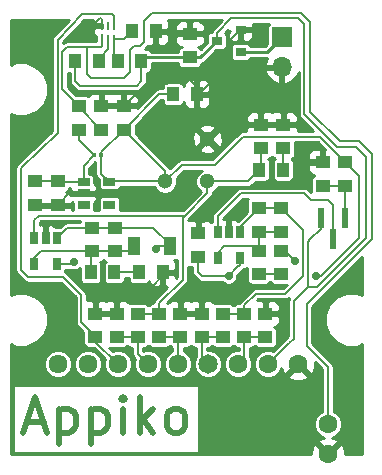
<source format=gtl>
%TF.GenerationSoftware,KiCad,Pcbnew,no-vcs-found-72d4889~60~ubuntu16.04.1*%
%TF.CreationDate,2017-10-20T12:27:02+05:30*%
%TF.ProjectId,sense_rev2,73656E73655F726576322E6B69636164,rev?*%
%TF.SameCoordinates,Original*%
%TF.FileFunction,Copper,L1,Top,Signal*%
%TF.FilePolarity,Positive*%
%FSLAX46Y46*%
G04 Gerber Fmt 4.6, Leading zero omitted, Abs format (unit mm)*
G04 Created by KiCad (PCBNEW no-vcs-found-72d4889~60~ubuntu16.04.1) date Fri Oct 20 12:27:02 2017*
%MOMM*%
%LPD*%
G01*
G04 APERTURE LIST*
%TA.AperFunction,NonConductor*%
%ADD10C,0.500000*%
%TD*%
%TA.AperFunction,ComponentPad*%
%ADD11C,1.600000*%
%TD*%
%TA.AperFunction,ComponentPad*%
%ADD12C,1.650000*%
%TD*%
%TA.AperFunction,ComponentPad*%
%ADD13C,1.610000*%
%TD*%
%TA.AperFunction,ComponentPad*%
%ADD14R,1.700000X1.700000*%
%TD*%
%TA.AperFunction,ComponentPad*%
%ADD15O,1.700000X1.700000*%
%TD*%
%TA.AperFunction,SMDPad,CuDef*%
%ADD16R,1.250000X1.000000*%
%TD*%
%TA.AperFunction,SMDPad,CuDef*%
%ADD17R,1.000000X1.250000*%
%TD*%
%TA.AperFunction,SMDPad,CuDef*%
%ADD18R,1.000000X1.600000*%
%TD*%
%TA.AperFunction,SMDPad,CuDef*%
%ADD19R,0.600000X1.750000*%
%TD*%
%TA.AperFunction,SMDPad,CuDef*%
%ADD20R,0.900000X0.800000*%
%TD*%
%TA.AperFunction,ComponentPad*%
%ADD21C,1.300000*%
%TD*%
%TA.AperFunction,SMDPad,CuDef*%
%ADD22R,0.650000X1.060000*%
%TD*%
%TA.AperFunction,SMDPad,CuDef*%
%ADD23R,0.280000X0.850000*%
%TD*%
%TA.AperFunction,SMDPad,CuDef*%
%ADD24R,0.280000X0.750000*%
%TD*%
%TA.AperFunction,SMDPad,CuDef*%
%ADD25R,1.060000X0.650000*%
%TD*%
%TA.AperFunction,SMDPad,CuDef*%
%ADD26R,0.300000X0.350000*%
%TD*%
%TA.AperFunction,ViaPad*%
%ADD27C,0.700000*%
%TD*%
%TA.AperFunction,Conductor*%
%ADD28C,0.250000*%
%TD*%
%TA.AperFunction,Conductor*%
%ADD29C,0.200000*%
%TD*%
G04 APERTURE END LIST*
D10*
X86485714Y-122200000D02*
X87914285Y-122200000D01*
X86200000Y-123057142D02*
X87200000Y-120057142D01*
X88200000Y-123057142D01*
X89200000Y-121057142D02*
X89200000Y-124057142D01*
X89200000Y-121200000D02*
X89485714Y-121057142D01*
X90057142Y-121057142D01*
X90342857Y-121200000D01*
X90485714Y-121342857D01*
X90628571Y-121628571D01*
X90628571Y-122485714D01*
X90485714Y-122771428D01*
X90342857Y-122914285D01*
X90057142Y-123057142D01*
X89485714Y-123057142D01*
X89200000Y-122914285D01*
X91914285Y-121057142D02*
X91914285Y-124057142D01*
X91914285Y-121200000D02*
X92200000Y-121057142D01*
X92771428Y-121057142D01*
X93057142Y-121200000D01*
X93200000Y-121342857D01*
X93342857Y-121628571D01*
X93342857Y-122485714D01*
X93200000Y-122771428D01*
X93057142Y-122914285D01*
X92771428Y-123057142D01*
X92200000Y-123057142D01*
X91914285Y-122914285D01*
X94628571Y-123057142D02*
X94628571Y-121057142D01*
X94628571Y-120057142D02*
X94485714Y-120200000D01*
X94628571Y-120342857D01*
X94771428Y-120200000D01*
X94628571Y-120057142D01*
X94628571Y-120342857D01*
X96057142Y-123057142D02*
X96057142Y-120057142D01*
X96342857Y-121914285D02*
X97200000Y-123057142D01*
X97200000Y-121057142D02*
X96057142Y-122200000D01*
X98914285Y-123057142D02*
X98628571Y-122914285D01*
X98485714Y-122771428D01*
X98342857Y-122485714D01*
X98342857Y-121628571D01*
X98485714Y-121342857D01*
X98628571Y-121200000D01*
X98914285Y-121057142D01*
X99342857Y-121057142D01*
X99628571Y-121200000D01*
X99771428Y-121342857D01*
X99914285Y-121628571D01*
X99914285Y-122485714D01*
X99771428Y-122771428D01*
X99628571Y-122914285D01*
X99342857Y-123057142D01*
X98914285Y-123057142D01*
D11*
%TO.P,U5,13*%
%TO.N,VDD*%
X112000000Y-122354000D03*
%TO.P,U5,12*%
%TO.N,GND*%
X112000000Y-124894000D03*
%TO.P,U5,14*%
X109460000Y-117274000D03*
%TO.P,U5,15*%
%TO.N,/VIN_BATT*%
X106920000Y-117274000D03*
D12*
%TO.P,U5,17*%
%TO.N,/AMP_SIGNAL*%
X101840000Y-117274000D03*
D11*
%TO.P,U5,16*%
%TO.N,/AMP_OFFSET*%
X104380000Y-117274000D03*
D13*
%TO.P,U5,18*%
%TO.N,/RC_SIGNAL*%
X99300000Y-117274000D03*
%TO.P,U5,19*%
%TO.N,/RC_OFFSET*%
X96760000Y-117274000D03*
%TO.P,U5,20*%
%TO.N,/REG_MODE*%
X94220000Y-117274000D03*
%TO.P,U5,21*%
%TO.N,Net-(U5-Pad21)*%
X91680000Y-117274000D03*
%TO.P,U5,22*%
%TO.N,Net-(U5-Pad22)*%
X89140000Y-117274000D03*
%TD*%
D14*
%TO.P,BT1,1*%
%TO.N,Net-(BT1-Pad1)*%
X108100000Y-89600000D03*
D15*
%TO.P,BT1,2*%
%TO.N,GND*%
X108100000Y-92140000D03*
%TD*%
D16*
%TO.P,C1,1*%
%TO.N,/RC_OFFSET*%
X94100000Y-115000000D03*
%TO.P,C1,2*%
%TO.N,GND*%
X94100000Y-113000000D03*
%TD*%
D17*
%TO.P,C2,1*%
%TO.N,Net-(C2-Pad1)*%
X96000000Y-109500000D03*
%TO.P,C2,2*%
%TO.N,GND*%
X98000000Y-109500000D03*
%TD*%
D16*
%TO.P,C3,1*%
%TO.N,/PIR_OUT*%
X106300000Y-99000000D03*
%TO.P,C3,2*%
%TO.N,GND*%
X106300000Y-97000000D03*
%TD*%
%TO.P,C4,2*%
%TO.N,Net-(C4-Pad2)*%
X93925000Y-107725000D03*
%TO.P,C4,1*%
%TO.N,Net-(C4-Pad1)*%
X93925000Y-105725000D03*
%TD*%
%TO.P,C5,1*%
%TO.N,/RC_SIGNAL*%
X99500000Y-115000000D03*
%TO.P,C5,2*%
%TO.N,GND*%
X99500000Y-113000000D03*
%TD*%
%TO.P,C6,2*%
%TO.N,Net-(C4-Pad1)*%
X108050000Y-107650000D03*
%TO.P,C6,1*%
%TO.N,Net-(C6-Pad1)*%
X108050000Y-109650000D03*
%TD*%
%TO.P,C7,2*%
%TO.N,Net-(C7-Pad2)*%
X106150000Y-106050000D03*
%TO.P,C7,1*%
%TO.N,Net-(C7-Pad1)*%
X106150000Y-104050000D03*
%TD*%
%TO.P,C8,1*%
%TO.N,/VIN_BATT*%
X100300000Y-91300000D03*
%TO.P,C8,2*%
%TO.N,GND*%
X100300000Y-89300000D03*
%TD*%
D17*
%TO.P,C9,2*%
%TO.N,GND*%
X97400000Y-89100000D03*
%TO.P,C9,1*%
%TO.N,Net-(C9-Pad1)*%
X95400000Y-89100000D03*
%TD*%
D16*
%TO.P,C10,1*%
%TO.N,/AMP_OFFSET*%
X106700000Y-115000000D03*
%TO.P,C10,2*%
%TO.N,GND*%
X106700000Y-113000000D03*
%TD*%
%TO.P,C11,1*%
%TO.N,/AMP_SIGNAL*%
X101300000Y-115000000D03*
%TO.P,C11,2*%
%TO.N,GND*%
X101300000Y-113000000D03*
%TD*%
%TO.P,C12,2*%
%TO.N,GND*%
X92800000Y-95400000D03*
%TO.P,C12,1*%
%TO.N,VDD*%
X92800000Y-97400000D03*
%TD*%
%TO.P,C13,1*%
%TO.N,Net-(C13-Pad1)*%
X89100000Y-101800000D03*
%TO.P,C13,2*%
%TO.N,GND*%
X89100000Y-103800000D03*
%TD*%
%TO.P,C14,1*%
%TO.N,Net-(C13-Pad1)*%
X87200000Y-101800000D03*
%TO.P,C14,2*%
%TO.N,GND*%
X87200000Y-103800000D03*
%TD*%
D17*
%TO.P,C15,2*%
%TO.N,GND*%
X100900000Y-94400000D03*
%TO.P,C15,1*%
%TO.N,VDDA*%
X98900000Y-94400000D03*
%TD*%
D16*
%TO.P,C16,1*%
%TO.N,VDDA*%
X94700000Y-97400000D03*
%TO.P,C16,2*%
%TO.N,GND*%
X94700000Y-95400000D03*
%TD*%
D18*
%TO.P,D1,1*%
%TO.N,Net-(C4-Pad2)*%
X95600000Y-107300000D03*
%TO.P,D1,2*%
%TO.N,Net-(C4-Pad1)*%
X98600000Y-107300000D03*
%TD*%
D19*
%TO.P,JP1,1*%
%TO.N,Net-(JP1-Pad1)*%
X113400000Y-104925000D03*
%TO.P,JP1,3*%
%TO.N,/VIN_BATT*%
X111400000Y-104925000D03*
%TO.P,JP1,2*%
%TO.N,/AMP_REF*%
X112400000Y-106675000D03*
%TD*%
D17*
%TO.P,L1,2*%
%TO.N,Net-(L1-Pad2)*%
X92600000Y-91600000D03*
%TO.P,L1,1*%
%TO.N,/VIN_BATT*%
X90600000Y-91600000D03*
%TD*%
D20*
%TO.P,Q1,1*%
%TO.N,Net-(BT1-Pad1)*%
X104600000Y-90850000D03*
%TO.P,Q1,2*%
%TO.N,GND*%
X104600000Y-88950000D03*
%TO.P,Q1,3*%
%TO.N,/VIN_BATT*%
X102600000Y-89900000D03*
%TD*%
D21*
%TO.P,U1,1*%
%TO.N,VDDA*%
X98204000Y-101796000D03*
%TO.P,U1,3*%
%TO.N,GND*%
X101796000Y-98204000D03*
%TO.P,U1,2*%
%TO.N,/PIR_OUT*%
X101796000Y-101796000D03*
%TD*%
D22*
%TO.P,U2,1*%
%TO.N,Net-(C4-Pad1)*%
X89050000Y-106600000D03*
%TO.P,U2,2*%
%TO.N,GND*%
X88100000Y-106600000D03*
%TO.P,U2,3*%
%TO.N,/PIR_OUT*%
X87150000Y-106600000D03*
%TO.P,U2,4*%
%TO.N,Net-(C4-Pad2)*%
X87150000Y-108800000D03*
%TO.P,U2,5*%
%TO.N,VDDA*%
X89050000Y-108800000D03*
%TD*%
%TO.P,U3,5*%
%TO.N,VDDA*%
X104550000Y-108300000D03*
%TO.P,U3,4*%
%TO.N,Net-(C7-Pad2)*%
X102650000Y-108300000D03*
%TO.P,U3,3*%
%TO.N,/AMP_REF*%
X102650000Y-106100000D03*
%TO.P,U3,2*%
%TO.N,GND*%
X103600000Y-106100000D03*
%TO.P,U3,1*%
%TO.N,Net-(C7-Pad1)*%
X104550000Y-106100000D03*
%TD*%
D23*
%TO.P,U4,1*%
%TO.N,VDD*%
X92900000Y-89725000D03*
D24*
%TO.P,U4,2*%
%TO.N,Net-(L1-Pad2)*%
X93400000Y-89775000D03*
%TO.P,U4,3*%
%TO.N,Net-(C9-Pad1)*%
X93900000Y-89775000D03*
%TO.P,U4,4*%
%TO.N,/REG_MODE*%
X93900000Y-88625000D03*
%TO.P,U4,5*%
%TO.N,N/C*%
X93400000Y-88625000D03*
%TO.P,U4,6*%
%TO.N,GND*%
X92900000Y-88625000D03*
%TD*%
D25*
%TO.P,U6,1*%
%TO.N,Net-(C13-Pad1)*%
X91300000Y-101850000D03*
%TO.P,U6,2*%
%TO.N,GND*%
X91300000Y-102800000D03*
%TO.P,U6,3*%
%TO.N,N/C*%
X91300000Y-103750000D03*
%TO.P,U6,4*%
X93500000Y-103750000D03*
%TO.P,U6,5*%
%TO.N,VDDA*%
X93500000Y-101850000D03*
%TD*%
D16*
%TO.P,R1,2*%
%TO.N,/PIR_OUT*%
X95900000Y-113000000D03*
%TO.P,R1,1*%
%TO.N,/RC_OFFSET*%
X95900000Y-115000000D03*
%TD*%
D17*
%TO.P,R2,2*%
%TO.N,/PIR_OUT*%
X106200000Y-100800000D03*
%TO.P,R2,1*%
%TO.N,Net-(R2-Pad1)*%
X108200000Y-100800000D03*
%TD*%
D16*
%TO.P,R3,1*%
%TO.N,GND*%
X108200000Y-97000000D03*
%TO.P,R3,2*%
%TO.N,Net-(R2-Pad1)*%
X108200000Y-99000000D03*
%TD*%
D17*
%TO.P,R4,2*%
%TO.N,Net-(C4-Pad2)*%
X91900000Y-109500000D03*
%TO.P,R4,1*%
%TO.N,Net-(C2-Pad1)*%
X93900000Y-109500000D03*
%TD*%
D16*
%TO.P,R5,1*%
%TO.N,Net-(C4-Pad1)*%
X92025000Y-105725000D03*
%TO.P,R5,2*%
%TO.N,Net-(C4-Pad2)*%
X92025000Y-107725000D03*
%TD*%
%TO.P,R6,2*%
%TO.N,/PIR_OUT*%
X97700000Y-113000000D03*
%TO.P,R6,1*%
%TO.N,/RC_SIGNAL*%
X97700000Y-115000000D03*
%TD*%
%TO.P,R7,1*%
%TO.N,Net-(C6-Pad1)*%
X106150000Y-109650000D03*
%TO.P,R7,2*%
%TO.N,Net-(C7-Pad2)*%
X106150000Y-107650000D03*
%TD*%
%TO.P,R8,1*%
%TO.N,Net-(C7-Pad1)*%
X108050000Y-104050000D03*
%TO.P,R8,2*%
%TO.N,Net-(C7-Pad2)*%
X108050000Y-106050000D03*
%TD*%
%TO.P,R9,1*%
%TO.N,Net-(JP1-Pad1)*%
X113450000Y-102150000D03*
%TO.P,R9,2*%
%TO.N,VDDA*%
X113450000Y-100150000D03*
%TD*%
%TO.P,R10,2*%
%TO.N,Net-(JP1-Pad1)*%
X111550000Y-102150000D03*
%TO.P,R10,1*%
%TO.N,GND*%
X111550000Y-100150000D03*
%TD*%
%TO.P,R11,2*%
%TO.N,Net-(C7-Pad1)*%
X103100000Y-113000000D03*
%TO.P,R11,1*%
%TO.N,/AMP_SIGNAL*%
X103100000Y-115000000D03*
%TD*%
%TO.P,R12,1*%
%TO.N,/AMP_OFFSET*%
X104900000Y-115000000D03*
%TO.P,R12,2*%
%TO.N,Net-(C7-Pad1)*%
X104900000Y-113000000D03*
%TD*%
D17*
%TO.P,R13,2*%
%TO.N,/VIN_BATT*%
X96200000Y-91600000D03*
%TO.P,R13,1*%
%TO.N,Net-(C9-Pad1)*%
X94200000Y-91600000D03*
%TD*%
D16*
%TO.P,R14,2*%
%TO.N,/REG_MODE*%
X92300000Y-115000000D03*
%TO.P,R14,1*%
%TO.N,GND*%
X92300000Y-113000000D03*
%TD*%
%TO.P,R15,1*%
%TO.N,Net-(C13-Pad1)*%
X90900000Y-97400000D03*
%TO.P,R15,2*%
%TO.N,VDD*%
X90900000Y-95400000D03*
%TD*%
D26*
%TO.P,R16,1*%
%TO.N,VDDA*%
X92780000Y-99600000D03*
%TO.P,R16,2*%
%TO.N,Net-(C13-Pad1)*%
X92220000Y-99600000D03*
%TD*%
D16*
%TO.P,C17,1*%
%TO.N,VDDA*%
X101000000Y-108200000D03*
%TO.P,C17,2*%
%TO.N,GND*%
X101000000Y-106200000D03*
%TD*%
D27*
%TO.N,GND*%
X110000000Y-100200000D03*
X101400000Y-105000000D03*
X104000000Y-104800000D03*
X108400000Y-113000000D03*
X101600000Y-110900000D03*
X95100000Y-110900000D03*
X95300000Y-102800000D03*
X88100000Y-105400000D03*
X97500000Y-90500000D03*
X91100000Y-89600000D03*
%TO.N,Net-(C4-Pad1)*%
X109200000Y-108500000D03*
X97400000Y-107500000D03*
%TO.N,VDDA*%
X111000000Y-109800000D03*
X90500000Y-108600000D03*
X103600000Y-109800000D03*
%TD*%
D28*
%TO.N,Net-(BT1-Pad1)*%
X104600000Y-90850000D02*
X106850000Y-90850000D01*
X106850000Y-90850000D02*
X108100000Y-89600000D01*
D29*
%TO.N,GND*%
X111550000Y-100150000D02*
X110050000Y-100150000D01*
X110050000Y-100150000D02*
X110000000Y-100200000D01*
X101000000Y-106200000D02*
X101000000Y-105400000D01*
X101000000Y-105400000D02*
X101400000Y-105000000D01*
X103600000Y-106100000D02*
X103600000Y-105200000D01*
X103600000Y-105200000D02*
X104000000Y-104800000D01*
X106700000Y-113000000D02*
X108400000Y-113000000D01*
X101600000Y-110900000D02*
X101300000Y-111200000D01*
X101300000Y-111200000D02*
X101300000Y-113000000D01*
X94100000Y-113000000D02*
X94100000Y-111900000D01*
X94100000Y-111900000D02*
X95100000Y-110900000D01*
X95100000Y-110900000D02*
X96900000Y-110900000D01*
X96900000Y-110900000D02*
X98300000Y-109500000D01*
X95300000Y-102800000D02*
X91300000Y-102800000D01*
X88100000Y-106600000D02*
X88100000Y-105400000D01*
X100900000Y-94400000D02*
X100900000Y-93800000D01*
X100900000Y-93800000D02*
X100200000Y-93100000D01*
X100200000Y-93100000D02*
X97000000Y-93100000D01*
X97000000Y-93100000D02*
X94700000Y-95400000D01*
X97400000Y-89100000D02*
X97400000Y-90400000D01*
X97400000Y-90400000D02*
X97500000Y-90500000D01*
X91800000Y-88900000D02*
X91100000Y-89600000D01*
X92900000Y-88625000D02*
X92900000Y-88100000D01*
X92900000Y-88100000D02*
X92800000Y-88000000D01*
X92800000Y-88000000D02*
X92700000Y-88000000D01*
X92700000Y-88000000D02*
X91800000Y-88900000D01*
X99500000Y-113000000D02*
X101300000Y-113000000D01*
X92300000Y-113000000D02*
X94100000Y-113000000D01*
X106300000Y-97000000D02*
X108200000Y-97000000D01*
X92800000Y-95400000D02*
X94700000Y-95400000D01*
X97400000Y-89100000D02*
X100100000Y-89100000D01*
X100100000Y-89100000D02*
X100300000Y-89300000D01*
X100900000Y-94400000D02*
X101100000Y-94400000D01*
X101100000Y-94400000D02*
X103600000Y-91900000D01*
X104600000Y-88950000D02*
X104550000Y-88950000D01*
X104550000Y-88950000D02*
X103600000Y-89900000D01*
X103600000Y-89900000D02*
X103600000Y-91900000D01*
X103600000Y-91900000D02*
X103840000Y-92140000D01*
X103840000Y-92140000D02*
X108100000Y-92140000D01*
X108200000Y-97000000D02*
X108200000Y-92240000D01*
X108200000Y-92240000D02*
X108100000Y-92140000D01*
X100900000Y-94400000D02*
X100900000Y-97308000D01*
X100900000Y-97308000D02*
X101796000Y-98204000D01*
X87200000Y-103800000D02*
X89100000Y-103800000D01*
X89100000Y-103800000D02*
X90100000Y-102800000D01*
X90100000Y-102800000D02*
X91300000Y-102800000D01*
%TO.N,/RC_OFFSET*%
X95900000Y-115000000D02*
X95900000Y-116414000D01*
X95900000Y-116414000D02*
X96760000Y-117274000D01*
X94100000Y-115000000D02*
X95900000Y-115000000D01*
%TO.N,Net-(C2-Pad1)*%
X93900000Y-109500000D02*
X96300000Y-109500000D01*
%TO.N,/PIR_OUT*%
X97700000Y-113000000D02*
X97700000Y-112100000D01*
X97700000Y-112100000D02*
X99700000Y-110100000D01*
X99700000Y-110100000D02*
X99700000Y-104900000D01*
X99700000Y-104900000D02*
X99900000Y-104700000D01*
X87150000Y-105850000D02*
X87150000Y-105050000D01*
X87150000Y-105050000D02*
X87500000Y-104700000D01*
X87500000Y-104700000D02*
X88300000Y-104700000D01*
X101796000Y-101796000D02*
X101796000Y-102804000D01*
X101796000Y-102804000D02*
X99900000Y-104700000D01*
X99900000Y-104700000D02*
X98892000Y-104700000D01*
X87150000Y-106600000D02*
X87150000Y-105850000D01*
X88300000Y-104700000D02*
X98892000Y-104700000D01*
X95900000Y-113000000D02*
X97700000Y-113000000D01*
X101796000Y-101796000D02*
X105204000Y-101796000D01*
X105204000Y-101796000D02*
X106200000Y-100800000D01*
X106300000Y-99000000D02*
X106300000Y-100700000D01*
X106300000Y-100700000D02*
X106200000Y-100800000D01*
%TO.N,Net-(C4-Pad2)*%
X91900000Y-109500000D02*
X91900000Y-107850000D01*
X91900000Y-107850000D02*
X92025000Y-107725000D01*
X87150000Y-108800000D02*
X87150000Y-108250000D01*
X87150000Y-108250000D02*
X87675000Y-107725000D01*
X87675000Y-107725000D02*
X92025000Y-107725000D01*
X93925000Y-107725000D02*
X95375000Y-107725000D01*
X95375000Y-107725000D02*
X95800000Y-107300000D01*
X92025000Y-107725000D02*
X93925000Y-107725000D01*
%TO.N,Net-(C4-Pad1)*%
X92025000Y-105725000D02*
X89925000Y-105725000D01*
X89925000Y-105725000D02*
X89050000Y-106600000D01*
X108050000Y-107650000D02*
X108350000Y-107650000D01*
X108350000Y-107650000D02*
X109200000Y-108500000D01*
X97400000Y-107500000D02*
X97600000Y-107300000D01*
X97600000Y-107300000D02*
X98800000Y-107300000D01*
X93925000Y-105725000D02*
X97225000Y-105725000D01*
X97225000Y-105725000D02*
X98800000Y-107300000D01*
X92025000Y-105725000D02*
X93925000Y-105725000D01*
%TO.N,/RC_SIGNAL*%
X99300000Y-117274000D02*
X99300000Y-115200000D01*
X99300000Y-115200000D02*
X99500000Y-115000000D01*
X97700000Y-115000000D02*
X99500000Y-115000000D01*
%TO.N,Net-(C7-Pad2)*%
X102650000Y-108300000D02*
X102650000Y-107850000D01*
X102650000Y-107850000D02*
X103200000Y-107300000D01*
X108050000Y-106050000D02*
X106150000Y-106050000D01*
X106150000Y-106050000D02*
X106150000Y-107650000D01*
X102425000Y-108350000D02*
X102425000Y-108075000D01*
X103200000Y-107300000D02*
X105800000Y-107300000D01*
X105800000Y-107300000D02*
X106150000Y-107650000D01*
%TO.N,Net-(C7-Pad1)*%
X104550000Y-106100000D02*
X104550000Y-105650000D01*
X104550000Y-105650000D02*
X106150000Y-104050000D01*
X109900000Y-109800000D02*
X109900000Y-105900000D01*
X109900000Y-105900000D02*
X108050000Y-104050000D01*
X104900000Y-113000000D02*
X103100000Y-113000000D01*
X108050000Y-104050000D02*
X108350000Y-104050000D01*
X109900000Y-109800000D02*
X108400000Y-111300000D01*
X108400000Y-111300000D02*
X105900000Y-111300000D01*
X105900000Y-111300000D02*
X104900000Y-112300000D01*
X104900000Y-112300000D02*
X104900000Y-113000000D01*
X104325000Y-106150000D02*
X104325000Y-105875000D01*
X108050000Y-104050000D02*
X106150000Y-104050000D01*
%TO.N,/VIN_BATT*%
X106920000Y-117274000D02*
X106926000Y-117274000D01*
X106926000Y-117274000D02*
X108700000Y-115500000D01*
X115200000Y-99700000D02*
X115200000Y-106565688D01*
X115200000Y-106565688D02*
X111065688Y-110700000D01*
X111065688Y-110700000D02*
X110300000Y-110700000D01*
X110500000Y-106700000D02*
X110500000Y-106700002D01*
X110500000Y-106700002D02*
X110300000Y-106900002D01*
X110300000Y-106900002D02*
X110300000Y-110700000D01*
X110300000Y-110700000D02*
X109100000Y-111900000D01*
X109100000Y-111900000D02*
X109100000Y-115100000D01*
X109100000Y-115100000D02*
X108700000Y-115500000D01*
X111400000Y-104925000D02*
X111400000Y-105800000D01*
X111400000Y-105800000D02*
X110500000Y-106700000D01*
X102600000Y-89900000D02*
X102600000Y-89200000D01*
X102600000Y-89200000D02*
X103800000Y-88000000D01*
X103800000Y-88000000D02*
X109500000Y-88000000D01*
X109500000Y-88000000D02*
X110000000Y-88500000D01*
X90600000Y-91600000D02*
X90600000Y-93300000D01*
X90600000Y-93300000D02*
X91000000Y-93700000D01*
X91000000Y-93700000D02*
X95800000Y-93700000D01*
X95800000Y-93700000D02*
X96200000Y-93300000D01*
X96200000Y-93300000D02*
X96200000Y-91600000D01*
X90600000Y-91600000D02*
X90600000Y-92000000D01*
X115200000Y-99700000D02*
X114800000Y-99300000D01*
X106920000Y-117274000D02*
X106926000Y-117274000D01*
X111400000Y-104925000D02*
X111400000Y-104400000D01*
X114800000Y-99300000D02*
X114400000Y-98900000D01*
X114400000Y-98900000D02*
X112800000Y-98900000D01*
X112800000Y-98900000D02*
X110000000Y-96100000D01*
X110000000Y-96100000D02*
X110000000Y-88500000D01*
D28*
X100300000Y-91300000D02*
X96500000Y-91300000D01*
X96500000Y-91300000D02*
X96200000Y-91600000D01*
X100300000Y-91300000D02*
X101200000Y-91300000D01*
X101200000Y-91300000D02*
X102600000Y-89900000D01*
D29*
%TO.N,Net-(C9-Pad1)*%
X93900000Y-89775000D02*
X94725000Y-89775000D01*
X94725000Y-89775000D02*
X95400000Y-89100000D01*
X93900000Y-89775000D02*
X93900000Y-91300000D01*
X93900000Y-91300000D02*
X94200000Y-91600000D01*
%TO.N,/AMP_OFFSET*%
X104900000Y-115000000D02*
X104900000Y-116754000D01*
X104900000Y-116754000D02*
X104380000Y-117274000D01*
X104900000Y-115000000D02*
X106700000Y-115000000D01*
%TO.N,/AMP_SIGNAL*%
X101300000Y-115000000D02*
X101300000Y-116734000D01*
X101300000Y-116734000D02*
X101840000Y-117274000D01*
X101300000Y-115000000D02*
X103100000Y-115000000D01*
%TO.N,VDD*%
X112000000Y-122354000D02*
X112000000Y-117500000D01*
X115700000Y-99500000D02*
X115700000Y-106700000D01*
X115700000Y-106700000D02*
X110200000Y-112200000D01*
X110200000Y-112200000D02*
X110200000Y-115700000D01*
X110200000Y-115700000D02*
X112000000Y-117500000D01*
X96900000Y-87700000D02*
X97100000Y-87500000D01*
X97100000Y-87500000D02*
X109700000Y-87500000D01*
X109700000Y-87500000D02*
X110500000Y-88300000D01*
X110500000Y-88300000D02*
X110500000Y-95900000D01*
X110500000Y-95900000D02*
X113000000Y-98400000D01*
X113000000Y-98400000D02*
X114600000Y-98400000D01*
X114600000Y-98400000D02*
X115700000Y-99500000D01*
X91600000Y-90400000D02*
X91600000Y-92700000D01*
X91600000Y-92700000D02*
X91900000Y-93000000D01*
X91900000Y-93000000D02*
X94700000Y-93000000D01*
X94700000Y-93000000D02*
X95200000Y-92500000D01*
X95200000Y-92500000D02*
X95200000Y-90700000D01*
X95200000Y-90700000D02*
X95600000Y-90300000D01*
X95600000Y-90300000D02*
X96100000Y-90300000D01*
X96100000Y-90300000D02*
X96400000Y-90000000D01*
X96400000Y-90000000D02*
X96400000Y-88200000D01*
X96400000Y-88200000D02*
X96900000Y-87700000D01*
X92800000Y-90400000D02*
X91600000Y-90400000D01*
X91600000Y-90400000D02*
X89900000Y-90400000D01*
X89900000Y-90400000D02*
X89500000Y-90800000D01*
X89500000Y-90800000D02*
X89500000Y-94000000D01*
X89500000Y-94000000D02*
X90900000Y-95400000D01*
X92900000Y-89725000D02*
X92900000Y-90200000D01*
X92900000Y-90200000D02*
X92900000Y-90300000D01*
X92900000Y-90300000D02*
X92800000Y-90400000D01*
X90900000Y-95400000D02*
X90900000Y-95700000D01*
X90900000Y-95400000D02*
X90900000Y-95500000D01*
X90900000Y-95500000D02*
X92800000Y-97400000D01*
%TO.N,VDDA*%
X114600000Y-106600000D02*
X114600000Y-101300000D01*
X111000000Y-109800000D02*
X111400000Y-109800000D01*
X111400000Y-109800000D02*
X114600000Y-106600000D01*
X101000000Y-108200000D02*
X101000000Y-109500000D01*
X101000000Y-109500000D02*
X101300000Y-109800000D01*
X101300000Y-109800000D02*
X103600000Y-109800000D01*
X104550000Y-108300000D02*
X104550000Y-108850000D01*
X104550000Y-108850000D02*
X104325000Y-109075000D01*
X90300000Y-108800000D02*
X89050000Y-108800000D01*
X90500000Y-108600000D02*
X90300000Y-108800000D01*
X114600000Y-101300000D02*
X113450000Y-100150000D01*
X113450000Y-100150000D02*
X113950000Y-100150000D01*
X104325000Y-109075000D02*
X103600000Y-109800000D01*
X113450000Y-100150000D02*
X113450000Y-100115688D01*
X113450000Y-100115688D02*
X111334312Y-98000000D01*
X111334312Y-98000000D02*
X106600000Y-98000000D01*
X106600000Y-98000000D02*
X104800000Y-98000000D01*
X104800000Y-98000000D02*
X102400000Y-100400000D01*
X102400000Y-100400000D02*
X99600000Y-100400000D01*
X99600000Y-100400000D02*
X98204000Y-101796000D01*
X92780000Y-99600000D02*
X92780000Y-101130000D01*
X92780000Y-101130000D02*
X93446000Y-101796000D01*
X93446000Y-101796000D02*
X98204000Y-101796000D01*
X98900000Y-94400000D02*
X97700000Y-94400000D01*
X97700000Y-94400000D02*
X94700000Y-97400000D01*
X98204000Y-101796000D02*
X98204000Y-100904000D01*
X98204000Y-100904000D02*
X94700000Y-97400000D01*
X92780000Y-99600000D02*
X92780000Y-99320000D01*
X92780000Y-99320000D02*
X94700000Y-97400000D01*
%TO.N,Net-(JP1-Pad1)*%
X113400000Y-104925000D02*
X113400000Y-102200000D01*
X113400000Y-102200000D02*
X113450000Y-102150000D01*
X111550000Y-102150000D02*
X113450000Y-102150000D01*
%TO.N,/AMP_REF*%
X102650000Y-106100000D02*
X102650000Y-104750000D01*
X102650000Y-104750000D02*
X104600000Y-102800000D01*
X104600000Y-102800000D02*
X105000000Y-102800000D01*
X105000000Y-102800000D02*
X110000000Y-102800000D01*
X110000000Y-102800000D02*
X110600000Y-103400000D01*
X110600000Y-103400000D02*
X112000000Y-103400000D01*
X112000000Y-103400000D02*
X112400000Y-103800000D01*
X112400000Y-103800000D02*
X112400000Y-106675000D01*
%TO.N,Net-(L1-Pad2)*%
X92600000Y-91600000D02*
X92600000Y-91400000D01*
X92600000Y-91400000D02*
X93400000Y-90600000D01*
X93400000Y-90600000D02*
X93400000Y-89775000D01*
%TO.N,/REG_MODE*%
X92300000Y-115000000D02*
X92300000Y-115354000D01*
X92300000Y-115354000D02*
X94220000Y-117274000D01*
X89100000Y-97700000D02*
X89100000Y-89800000D01*
X93900000Y-88625000D02*
X93900000Y-87800000D01*
X93900000Y-87800000D02*
X93700000Y-87600000D01*
X93700000Y-87600000D02*
X91200000Y-87600000D01*
X91200000Y-87600000D02*
X89100000Y-89800000D01*
X92300000Y-115000000D02*
X92300000Y-114900000D01*
X92300000Y-114900000D02*
X91100000Y-113700000D01*
X91100000Y-113700000D02*
X91100000Y-111400000D01*
X91100000Y-111400000D02*
X89600000Y-109900000D01*
X89600000Y-109900000D02*
X86600000Y-109900000D01*
X86600000Y-109900000D02*
X86000000Y-109300000D01*
X86000000Y-109300000D02*
X86000000Y-100700000D01*
X86000000Y-100700000D02*
X89100000Y-97700000D01*
X94220000Y-117274000D02*
X94220000Y-116920000D01*
%TO.N,Net-(C6-Pad1)*%
X106150000Y-109650000D02*
X108050000Y-109650000D01*
%TO.N,Net-(C13-Pad1)*%
X87200000Y-101800000D02*
X89100000Y-101800000D01*
X89100000Y-101800000D02*
X89150000Y-101850000D01*
X89150000Y-101850000D02*
X91300000Y-101850000D01*
X90900000Y-97400000D02*
X90900000Y-98280000D01*
X90900000Y-98280000D02*
X92220000Y-99600000D01*
X91300000Y-101850000D02*
X91300000Y-100520000D01*
X91300000Y-100520000D02*
X92220000Y-99600000D01*
%TO.N,Net-(R2-Pad1)*%
X108200000Y-100800000D02*
X108200000Y-99000000D01*
%TD*%
D28*
%TO.N,GND*%
G36*
X88756406Y-89472024D02*
X88709636Y-89545670D01*
X88661157Y-89618225D01*
X88660061Y-89623735D01*
X88657049Y-89628478D01*
X88642019Y-89714438D01*
X88625000Y-89800000D01*
X88625000Y-97498672D01*
X85669675Y-100358664D01*
X85667420Y-100361921D01*
X85664124Y-100364124D01*
X85614752Y-100438014D01*
X85564195Y-100511057D01*
X85563358Y-100514931D01*
X85561157Y-100518225D01*
X85543830Y-100605334D01*
X85525063Y-100692214D01*
X85525773Y-100696115D01*
X85525000Y-100700000D01*
X85525000Y-109300000D01*
X85561157Y-109481775D01*
X85664124Y-109635876D01*
X86264124Y-110235876D01*
X86418225Y-110338843D01*
X86600000Y-110375000D01*
X89403248Y-110375000D01*
X90625000Y-111596751D01*
X90625000Y-113700000D01*
X90661157Y-113881775D01*
X90764124Y-114035876D01*
X91292654Y-114564406D01*
X91292654Y-115500000D01*
X91321758Y-115646317D01*
X91404641Y-115770359D01*
X91528683Y-115853242D01*
X91675000Y-115882346D01*
X92156594Y-115882346D01*
X93120098Y-116845850D01*
X93040205Y-117038254D01*
X93039795Y-117507687D01*
X93219061Y-117941543D01*
X93550711Y-118273772D01*
X93984254Y-118453795D01*
X94453687Y-118454205D01*
X94887543Y-118274939D01*
X95219772Y-117943289D01*
X95399795Y-117509746D01*
X95400205Y-117040313D01*
X95220939Y-116606457D01*
X94889289Y-116274228D01*
X94455746Y-116094205D01*
X93986313Y-116093795D01*
X93791884Y-116174132D01*
X93500098Y-115882346D01*
X94725000Y-115882346D01*
X94871317Y-115853242D01*
X94995359Y-115770359D01*
X95000000Y-115763413D01*
X95004641Y-115770359D01*
X95128683Y-115853242D01*
X95275000Y-115882346D01*
X95425000Y-115882346D01*
X95425000Y-116414000D01*
X95461157Y-116595775D01*
X95564124Y-116749876D01*
X95660098Y-116845850D01*
X95580205Y-117038254D01*
X95579795Y-117507687D01*
X95759061Y-117941543D01*
X96090711Y-118273772D01*
X96524254Y-118453795D01*
X96993687Y-118454205D01*
X97427543Y-118274939D01*
X97759772Y-117943289D01*
X97939795Y-117509746D01*
X97940205Y-117040313D01*
X97760939Y-116606457D01*
X97429289Y-116274228D01*
X96995746Y-116094205D01*
X96526313Y-116093795D01*
X96375000Y-116156316D01*
X96375000Y-115882346D01*
X96525000Y-115882346D01*
X96671317Y-115853242D01*
X96795359Y-115770359D01*
X96800000Y-115763413D01*
X96804641Y-115770359D01*
X96928683Y-115853242D01*
X97075000Y-115882346D01*
X98325000Y-115882346D01*
X98471317Y-115853242D01*
X98595359Y-115770359D01*
X98600000Y-115763413D01*
X98604641Y-115770359D01*
X98728683Y-115853242D01*
X98825000Y-115872400D01*
X98825000Y-116193504D01*
X98632457Y-116273061D01*
X98300228Y-116604711D01*
X98120205Y-117038254D01*
X98119795Y-117507687D01*
X98299061Y-117941543D01*
X98630711Y-118273772D01*
X99064254Y-118453795D01*
X99533687Y-118454205D01*
X99967543Y-118274939D01*
X100299772Y-117943289D01*
X100479795Y-117509746D01*
X100480205Y-117040313D01*
X100300939Y-116606457D01*
X99969289Y-116274228D01*
X99775000Y-116193552D01*
X99775000Y-115882346D01*
X100125000Y-115882346D01*
X100271317Y-115853242D01*
X100395359Y-115770359D01*
X100400000Y-115763413D01*
X100404641Y-115770359D01*
X100528683Y-115853242D01*
X100675000Y-115882346D01*
X100825000Y-115882346D01*
X100825000Y-116591653D01*
X100823283Y-116593367D01*
X100640209Y-117034258D01*
X100639793Y-117511647D01*
X100822097Y-117952857D01*
X101159367Y-118290717D01*
X101600258Y-118473791D01*
X102077647Y-118474207D01*
X102518857Y-118291903D01*
X102856717Y-117954633D01*
X103039791Y-117513742D01*
X103040207Y-117036353D01*
X102857903Y-116595143D01*
X102520633Y-116257283D01*
X102079742Y-116074209D01*
X101775000Y-116073943D01*
X101775000Y-115882346D01*
X101925000Y-115882346D01*
X102071317Y-115853242D01*
X102195359Y-115770359D01*
X102200000Y-115763413D01*
X102204641Y-115770359D01*
X102328683Y-115853242D01*
X102475000Y-115882346D01*
X103725000Y-115882346D01*
X103871317Y-115853242D01*
X103995359Y-115770359D01*
X104000000Y-115763413D01*
X104004641Y-115770359D01*
X104128683Y-115853242D01*
X104275000Y-115882346D01*
X104425000Y-115882346D01*
X104425000Y-116099038D01*
X104147303Y-116098796D01*
X103715285Y-116277302D01*
X103384464Y-116607547D01*
X103205204Y-117039253D01*
X103204796Y-117506697D01*
X103383302Y-117938715D01*
X103713547Y-118269536D01*
X104145253Y-118448796D01*
X104612697Y-118449204D01*
X105044715Y-118270698D01*
X105375536Y-117940453D01*
X105554796Y-117508747D01*
X105555204Y-117041303D01*
X105376698Y-116609285D01*
X105375000Y-116607584D01*
X105375000Y-115882346D01*
X105525000Y-115882346D01*
X105671317Y-115853242D01*
X105795359Y-115770359D01*
X105800000Y-115763413D01*
X105804641Y-115770359D01*
X105928683Y-115853242D01*
X106075000Y-115882346D01*
X107325000Y-115882346D01*
X107471317Y-115853242D01*
X107595359Y-115770359D01*
X107678242Y-115646317D01*
X107707346Y-115500000D01*
X107707346Y-114500000D01*
X107678242Y-114353683D01*
X107595359Y-114229641D01*
X107471317Y-114146758D01*
X107402150Y-114133000D01*
X107450912Y-114133000D01*
X107683566Y-114036631D01*
X107861632Y-113858565D01*
X107958000Y-113625911D01*
X107958000Y-113287250D01*
X107799750Y-113129000D01*
X106829000Y-113129000D01*
X106829000Y-113149000D01*
X106571000Y-113149000D01*
X106571000Y-113129000D01*
X106551000Y-113129000D01*
X106551000Y-112871000D01*
X106571000Y-112871000D01*
X106571000Y-112025250D01*
X106829000Y-112025250D01*
X106829000Y-112871000D01*
X107799750Y-112871000D01*
X107958000Y-112712750D01*
X107958000Y-112374089D01*
X107861632Y-112141435D01*
X107683566Y-111963369D01*
X107450912Y-111867000D01*
X106987250Y-111867000D01*
X106829000Y-112025250D01*
X106571000Y-112025250D01*
X106412750Y-111867000D01*
X106004751Y-111867000D01*
X106096751Y-111775000D01*
X108400000Y-111775000D01*
X108581775Y-111738843D01*
X108700295Y-111659650D01*
X108661157Y-111718225D01*
X108625000Y-111900000D01*
X108625000Y-114903249D01*
X108364124Y-115164124D01*
X107348564Y-116179684D01*
X107154747Y-116099204D01*
X106687303Y-116098796D01*
X106255285Y-116277302D01*
X105924464Y-116607547D01*
X105745204Y-117039253D01*
X105744796Y-117506697D01*
X105923302Y-117938715D01*
X106253547Y-118269536D01*
X106685253Y-118448796D01*
X107152697Y-118449204D01*
X107557541Y-118281926D01*
X108634508Y-118281926D01*
X108708920Y-118527242D01*
X109245687Y-118719271D01*
X109815082Y-118691270D01*
X110211080Y-118527242D01*
X110285492Y-118281926D01*
X109460000Y-117456434D01*
X108634508Y-118281926D01*
X107557541Y-118281926D01*
X107584715Y-118270698D01*
X107915536Y-117940453D01*
X108043778Y-117631612D01*
X108206758Y-118025080D01*
X108452074Y-118099492D01*
X109277566Y-117274000D01*
X109263424Y-117259858D01*
X109445858Y-117077424D01*
X109460000Y-117091566D01*
X109474142Y-117077424D01*
X109656576Y-117259858D01*
X109642434Y-117274000D01*
X110467926Y-118099492D01*
X110713242Y-118025080D01*
X110905271Y-117488313D01*
X110883999Y-117055750D01*
X111525000Y-117696751D01*
X111525000Y-121278913D01*
X111335285Y-121357302D01*
X111004464Y-121687547D01*
X110825204Y-122119253D01*
X110824796Y-122586697D01*
X111003302Y-123018715D01*
X111333547Y-123349536D01*
X111642388Y-123477778D01*
X111248920Y-123640758D01*
X111174508Y-123886074D01*
X112000000Y-124711566D01*
X112825492Y-123886074D01*
X112751080Y-123640758D01*
X112328551Y-123489598D01*
X112664715Y-123350698D01*
X112995536Y-123020453D01*
X113174796Y-122588747D01*
X113175204Y-122121303D01*
X112996698Y-121689285D01*
X112666453Y-121358464D01*
X112475000Y-121278966D01*
X112475000Y-117500000D01*
X112438843Y-117318225D01*
X112335876Y-117164124D01*
X112335873Y-117164122D01*
X110675000Y-115503248D01*
X110675000Y-112396752D01*
X114875000Y-108196751D01*
X114875000Y-111399998D01*
X114454511Y-111225396D01*
X113549460Y-111224606D01*
X112713000Y-111570224D01*
X112072473Y-112209633D01*
X111725396Y-113045489D01*
X111724606Y-113950540D01*
X112070224Y-114787000D01*
X112709633Y-115427527D01*
X113545489Y-115774604D01*
X114450540Y-115775394D01*
X114875000Y-115600011D01*
X114875000Y-124787690D01*
X114867029Y-124827764D01*
X114851301Y-124851301D01*
X114827764Y-124867029D01*
X114787690Y-124875000D01*
X113433797Y-124875000D01*
X113417270Y-124538918D01*
X113253242Y-124142920D01*
X113007926Y-124068508D01*
X112201434Y-124875000D01*
X111798566Y-124875000D01*
X110992074Y-124068508D01*
X110746758Y-124142920D01*
X110554729Y-124679687D01*
X110564334Y-124875000D01*
X85212310Y-124875000D01*
X85172236Y-124867029D01*
X85148699Y-124851301D01*
X85132971Y-124827764D01*
X85125000Y-124787690D01*
X85125000Y-119040000D01*
X85289286Y-119040000D01*
X85289286Y-124790000D01*
X101110715Y-124790000D01*
X101110715Y-119040000D01*
X85289286Y-119040000D01*
X85125000Y-119040000D01*
X85125000Y-117507687D01*
X87959795Y-117507687D01*
X88139061Y-117941543D01*
X88470711Y-118273772D01*
X88904254Y-118453795D01*
X89373687Y-118454205D01*
X89807543Y-118274939D01*
X90139772Y-117943289D01*
X90319795Y-117509746D01*
X90319796Y-117507687D01*
X90499795Y-117507687D01*
X90679061Y-117941543D01*
X91010711Y-118273772D01*
X91444254Y-118453795D01*
X91913687Y-118454205D01*
X92347543Y-118274939D01*
X92679772Y-117943289D01*
X92859795Y-117509746D01*
X92860205Y-117040313D01*
X92680939Y-116606457D01*
X92349289Y-116274228D01*
X91915746Y-116094205D01*
X91446313Y-116093795D01*
X91012457Y-116273061D01*
X90680228Y-116604711D01*
X90500205Y-117038254D01*
X90499795Y-117507687D01*
X90319796Y-117507687D01*
X90320205Y-117040313D01*
X90140939Y-116606457D01*
X89809289Y-116274228D01*
X89375746Y-116094205D01*
X88906313Y-116093795D01*
X88472457Y-116273061D01*
X88140228Y-116604711D01*
X87960205Y-117038254D01*
X87959795Y-117507687D01*
X85125000Y-117507687D01*
X85125000Y-115600002D01*
X85545489Y-115774604D01*
X86450540Y-115775394D01*
X87287000Y-115429776D01*
X87927527Y-114790367D01*
X88274604Y-113954511D01*
X88275394Y-113049460D01*
X87929776Y-112213000D01*
X87290367Y-111572473D01*
X86454511Y-111225396D01*
X85549460Y-111224606D01*
X85125000Y-111399989D01*
X85125000Y-96100002D01*
X85545489Y-96274604D01*
X86450540Y-96275394D01*
X87287000Y-95929776D01*
X87927527Y-95290367D01*
X88274604Y-94454511D01*
X88275394Y-93549460D01*
X87929776Y-92713000D01*
X87290367Y-92072473D01*
X86454511Y-91725396D01*
X85549460Y-91724606D01*
X85125000Y-91899989D01*
X85125000Y-88212310D01*
X85132971Y-88172236D01*
X85148699Y-88148699D01*
X85172236Y-88132971D01*
X85212310Y-88125000D01*
X90042202Y-88125000D01*
X88756406Y-89472024D01*
X88756406Y-89472024D01*
G37*
X88756406Y-89472024D02*
X88709636Y-89545670D01*
X88661157Y-89618225D01*
X88660061Y-89623735D01*
X88657049Y-89628478D01*
X88642019Y-89714438D01*
X88625000Y-89800000D01*
X88625000Y-97498672D01*
X85669675Y-100358664D01*
X85667420Y-100361921D01*
X85664124Y-100364124D01*
X85614752Y-100438014D01*
X85564195Y-100511057D01*
X85563358Y-100514931D01*
X85561157Y-100518225D01*
X85543830Y-100605334D01*
X85525063Y-100692214D01*
X85525773Y-100696115D01*
X85525000Y-100700000D01*
X85525000Y-109300000D01*
X85561157Y-109481775D01*
X85664124Y-109635876D01*
X86264124Y-110235876D01*
X86418225Y-110338843D01*
X86600000Y-110375000D01*
X89403248Y-110375000D01*
X90625000Y-111596751D01*
X90625000Y-113700000D01*
X90661157Y-113881775D01*
X90764124Y-114035876D01*
X91292654Y-114564406D01*
X91292654Y-115500000D01*
X91321758Y-115646317D01*
X91404641Y-115770359D01*
X91528683Y-115853242D01*
X91675000Y-115882346D01*
X92156594Y-115882346D01*
X93120098Y-116845850D01*
X93040205Y-117038254D01*
X93039795Y-117507687D01*
X93219061Y-117941543D01*
X93550711Y-118273772D01*
X93984254Y-118453795D01*
X94453687Y-118454205D01*
X94887543Y-118274939D01*
X95219772Y-117943289D01*
X95399795Y-117509746D01*
X95400205Y-117040313D01*
X95220939Y-116606457D01*
X94889289Y-116274228D01*
X94455746Y-116094205D01*
X93986313Y-116093795D01*
X93791884Y-116174132D01*
X93500098Y-115882346D01*
X94725000Y-115882346D01*
X94871317Y-115853242D01*
X94995359Y-115770359D01*
X95000000Y-115763413D01*
X95004641Y-115770359D01*
X95128683Y-115853242D01*
X95275000Y-115882346D01*
X95425000Y-115882346D01*
X95425000Y-116414000D01*
X95461157Y-116595775D01*
X95564124Y-116749876D01*
X95660098Y-116845850D01*
X95580205Y-117038254D01*
X95579795Y-117507687D01*
X95759061Y-117941543D01*
X96090711Y-118273772D01*
X96524254Y-118453795D01*
X96993687Y-118454205D01*
X97427543Y-118274939D01*
X97759772Y-117943289D01*
X97939795Y-117509746D01*
X97940205Y-117040313D01*
X97760939Y-116606457D01*
X97429289Y-116274228D01*
X96995746Y-116094205D01*
X96526313Y-116093795D01*
X96375000Y-116156316D01*
X96375000Y-115882346D01*
X96525000Y-115882346D01*
X96671317Y-115853242D01*
X96795359Y-115770359D01*
X96800000Y-115763413D01*
X96804641Y-115770359D01*
X96928683Y-115853242D01*
X97075000Y-115882346D01*
X98325000Y-115882346D01*
X98471317Y-115853242D01*
X98595359Y-115770359D01*
X98600000Y-115763413D01*
X98604641Y-115770359D01*
X98728683Y-115853242D01*
X98825000Y-115872400D01*
X98825000Y-116193504D01*
X98632457Y-116273061D01*
X98300228Y-116604711D01*
X98120205Y-117038254D01*
X98119795Y-117507687D01*
X98299061Y-117941543D01*
X98630711Y-118273772D01*
X99064254Y-118453795D01*
X99533687Y-118454205D01*
X99967543Y-118274939D01*
X100299772Y-117943289D01*
X100479795Y-117509746D01*
X100480205Y-117040313D01*
X100300939Y-116606457D01*
X99969289Y-116274228D01*
X99775000Y-116193552D01*
X99775000Y-115882346D01*
X100125000Y-115882346D01*
X100271317Y-115853242D01*
X100395359Y-115770359D01*
X100400000Y-115763413D01*
X100404641Y-115770359D01*
X100528683Y-115853242D01*
X100675000Y-115882346D01*
X100825000Y-115882346D01*
X100825000Y-116591653D01*
X100823283Y-116593367D01*
X100640209Y-117034258D01*
X100639793Y-117511647D01*
X100822097Y-117952857D01*
X101159367Y-118290717D01*
X101600258Y-118473791D01*
X102077647Y-118474207D01*
X102518857Y-118291903D01*
X102856717Y-117954633D01*
X103039791Y-117513742D01*
X103040207Y-117036353D01*
X102857903Y-116595143D01*
X102520633Y-116257283D01*
X102079742Y-116074209D01*
X101775000Y-116073943D01*
X101775000Y-115882346D01*
X101925000Y-115882346D01*
X102071317Y-115853242D01*
X102195359Y-115770359D01*
X102200000Y-115763413D01*
X102204641Y-115770359D01*
X102328683Y-115853242D01*
X102475000Y-115882346D01*
X103725000Y-115882346D01*
X103871317Y-115853242D01*
X103995359Y-115770359D01*
X104000000Y-115763413D01*
X104004641Y-115770359D01*
X104128683Y-115853242D01*
X104275000Y-115882346D01*
X104425000Y-115882346D01*
X104425000Y-116099038D01*
X104147303Y-116098796D01*
X103715285Y-116277302D01*
X103384464Y-116607547D01*
X103205204Y-117039253D01*
X103204796Y-117506697D01*
X103383302Y-117938715D01*
X103713547Y-118269536D01*
X104145253Y-118448796D01*
X104612697Y-118449204D01*
X105044715Y-118270698D01*
X105375536Y-117940453D01*
X105554796Y-117508747D01*
X105555204Y-117041303D01*
X105376698Y-116609285D01*
X105375000Y-116607584D01*
X105375000Y-115882346D01*
X105525000Y-115882346D01*
X105671317Y-115853242D01*
X105795359Y-115770359D01*
X105800000Y-115763413D01*
X105804641Y-115770359D01*
X105928683Y-115853242D01*
X106075000Y-115882346D01*
X107325000Y-115882346D01*
X107471317Y-115853242D01*
X107595359Y-115770359D01*
X107678242Y-115646317D01*
X107707346Y-115500000D01*
X107707346Y-114500000D01*
X107678242Y-114353683D01*
X107595359Y-114229641D01*
X107471317Y-114146758D01*
X107402150Y-114133000D01*
X107450912Y-114133000D01*
X107683566Y-114036631D01*
X107861632Y-113858565D01*
X107958000Y-113625911D01*
X107958000Y-113287250D01*
X107799750Y-113129000D01*
X106829000Y-113129000D01*
X106829000Y-113149000D01*
X106571000Y-113149000D01*
X106571000Y-113129000D01*
X106551000Y-113129000D01*
X106551000Y-112871000D01*
X106571000Y-112871000D01*
X106571000Y-112025250D01*
X106829000Y-112025250D01*
X106829000Y-112871000D01*
X107799750Y-112871000D01*
X107958000Y-112712750D01*
X107958000Y-112374089D01*
X107861632Y-112141435D01*
X107683566Y-111963369D01*
X107450912Y-111867000D01*
X106987250Y-111867000D01*
X106829000Y-112025250D01*
X106571000Y-112025250D01*
X106412750Y-111867000D01*
X106004751Y-111867000D01*
X106096751Y-111775000D01*
X108400000Y-111775000D01*
X108581775Y-111738843D01*
X108700295Y-111659650D01*
X108661157Y-111718225D01*
X108625000Y-111900000D01*
X108625000Y-114903249D01*
X108364124Y-115164124D01*
X107348564Y-116179684D01*
X107154747Y-116099204D01*
X106687303Y-116098796D01*
X106255285Y-116277302D01*
X105924464Y-116607547D01*
X105745204Y-117039253D01*
X105744796Y-117506697D01*
X105923302Y-117938715D01*
X106253547Y-118269536D01*
X106685253Y-118448796D01*
X107152697Y-118449204D01*
X107557541Y-118281926D01*
X108634508Y-118281926D01*
X108708920Y-118527242D01*
X109245687Y-118719271D01*
X109815082Y-118691270D01*
X110211080Y-118527242D01*
X110285492Y-118281926D01*
X109460000Y-117456434D01*
X108634508Y-118281926D01*
X107557541Y-118281926D01*
X107584715Y-118270698D01*
X107915536Y-117940453D01*
X108043778Y-117631612D01*
X108206758Y-118025080D01*
X108452074Y-118099492D01*
X109277566Y-117274000D01*
X109263424Y-117259858D01*
X109445858Y-117077424D01*
X109460000Y-117091566D01*
X109474142Y-117077424D01*
X109656576Y-117259858D01*
X109642434Y-117274000D01*
X110467926Y-118099492D01*
X110713242Y-118025080D01*
X110905271Y-117488313D01*
X110883999Y-117055750D01*
X111525000Y-117696751D01*
X111525000Y-121278913D01*
X111335285Y-121357302D01*
X111004464Y-121687547D01*
X110825204Y-122119253D01*
X110824796Y-122586697D01*
X111003302Y-123018715D01*
X111333547Y-123349536D01*
X111642388Y-123477778D01*
X111248920Y-123640758D01*
X111174508Y-123886074D01*
X112000000Y-124711566D01*
X112825492Y-123886074D01*
X112751080Y-123640758D01*
X112328551Y-123489598D01*
X112664715Y-123350698D01*
X112995536Y-123020453D01*
X113174796Y-122588747D01*
X113175204Y-122121303D01*
X112996698Y-121689285D01*
X112666453Y-121358464D01*
X112475000Y-121278966D01*
X112475000Y-117500000D01*
X112438843Y-117318225D01*
X112335876Y-117164124D01*
X112335873Y-117164122D01*
X110675000Y-115503248D01*
X110675000Y-112396752D01*
X114875000Y-108196751D01*
X114875000Y-111399998D01*
X114454511Y-111225396D01*
X113549460Y-111224606D01*
X112713000Y-111570224D01*
X112072473Y-112209633D01*
X111725396Y-113045489D01*
X111724606Y-113950540D01*
X112070224Y-114787000D01*
X112709633Y-115427527D01*
X113545489Y-115774604D01*
X114450540Y-115775394D01*
X114875000Y-115600011D01*
X114875000Y-124787690D01*
X114867029Y-124827764D01*
X114851301Y-124851301D01*
X114827764Y-124867029D01*
X114787690Y-124875000D01*
X113433797Y-124875000D01*
X113417270Y-124538918D01*
X113253242Y-124142920D01*
X113007926Y-124068508D01*
X112201434Y-124875000D01*
X111798566Y-124875000D01*
X110992074Y-124068508D01*
X110746758Y-124142920D01*
X110554729Y-124679687D01*
X110564334Y-124875000D01*
X85212310Y-124875000D01*
X85172236Y-124867029D01*
X85148699Y-124851301D01*
X85132971Y-124827764D01*
X85125000Y-124787690D01*
X85125000Y-119040000D01*
X85289286Y-119040000D01*
X85289286Y-124790000D01*
X101110715Y-124790000D01*
X101110715Y-119040000D01*
X85289286Y-119040000D01*
X85125000Y-119040000D01*
X85125000Y-117507687D01*
X87959795Y-117507687D01*
X88139061Y-117941543D01*
X88470711Y-118273772D01*
X88904254Y-118453795D01*
X89373687Y-118454205D01*
X89807543Y-118274939D01*
X90139772Y-117943289D01*
X90319795Y-117509746D01*
X90319796Y-117507687D01*
X90499795Y-117507687D01*
X90679061Y-117941543D01*
X91010711Y-118273772D01*
X91444254Y-118453795D01*
X91913687Y-118454205D01*
X92347543Y-118274939D01*
X92679772Y-117943289D01*
X92859795Y-117509746D01*
X92860205Y-117040313D01*
X92680939Y-116606457D01*
X92349289Y-116274228D01*
X91915746Y-116094205D01*
X91446313Y-116093795D01*
X91012457Y-116273061D01*
X90680228Y-116604711D01*
X90500205Y-117038254D01*
X90499795Y-117507687D01*
X90319796Y-117507687D01*
X90320205Y-117040313D01*
X90140939Y-116606457D01*
X89809289Y-116274228D01*
X89375746Y-116094205D01*
X88906313Y-116093795D01*
X88472457Y-116273061D01*
X88140228Y-116604711D01*
X87960205Y-117038254D01*
X87959795Y-117507687D01*
X85125000Y-117507687D01*
X85125000Y-115600002D01*
X85545489Y-115774604D01*
X86450540Y-115775394D01*
X87287000Y-115429776D01*
X87927527Y-114790367D01*
X88274604Y-113954511D01*
X88275394Y-113049460D01*
X87929776Y-112213000D01*
X87290367Y-111572473D01*
X86454511Y-111225396D01*
X85549460Y-111224606D01*
X85125000Y-111399989D01*
X85125000Y-96100002D01*
X85545489Y-96274604D01*
X86450540Y-96275394D01*
X87287000Y-95929776D01*
X87927527Y-95290367D01*
X88274604Y-94454511D01*
X88275394Y-93549460D01*
X87929776Y-92713000D01*
X87290367Y-92072473D01*
X86454511Y-91725396D01*
X85549460Y-91724606D01*
X85125000Y-91899989D01*
X85125000Y-88212310D01*
X85132971Y-88172236D01*
X85148699Y-88148699D01*
X85172236Y-88132971D01*
X85212310Y-88125000D01*
X90042202Y-88125000D01*
X88756406Y-89472024D01*
G36*
X93029641Y-108495359D02*
X93153683Y-108578242D01*
X93165602Y-108580613D01*
X93129641Y-108604641D01*
X93046758Y-108728683D01*
X93017654Y-108875000D01*
X93017654Y-110125000D01*
X93046758Y-110271317D01*
X93129641Y-110395359D01*
X93253683Y-110478242D01*
X93400000Y-110507346D01*
X94400000Y-110507346D01*
X94546317Y-110478242D01*
X94670359Y-110395359D01*
X94753242Y-110271317D01*
X94782346Y-110125000D01*
X94782346Y-109975000D01*
X95117654Y-109975000D01*
X95117654Y-110125000D01*
X95146758Y-110271317D01*
X95229641Y-110395359D01*
X95353683Y-110478242D01*
X95500000Y-110507346D01*
X96500000Y-110507346D01*
X96646317Y-110478242D01*
X96770359Y-110395359D01*
X96853242Y-110271317D01*
X96867000Y-110202150D01*
X96867000Y-110250912D01*
X96963369Y-110483566D01*
X97141435Y-110661632D01*
X97374089Y-110758000D01*
X97712750Y-110758000D01*
X97871000Y-110599750D01*
X97871000Y-109629000D01*
X97851000Y-109629000D01*
X97851000Y-109371000D01*
X97871000Y-109371000D01*
X97871000Y-109351000D01*
X98129000Y-109351000D01*
X98129000Y-109371000D01*
X98974750Y-109371000D01*
X99133000Y-109212750D01*
X99133000Y-108749088D01*
X99036631Y-108516434D01*
X99002543Y-108482346D01*
X99100000Y-108482346D01*
X99225000Y-108457482D01*
X99225000Y-109903248D01*
X99133000Y-109995248D01*
X99133000Y-109787250D01*
X98974750Y-109629000D01*
X98129000Y-109629000D01*
X98129000Y-110599750D01*
X98287250Y-110758000D01*
X98370248Y-110758000D01*
X97364124Y-111764124D01*
X97261157Y-111918225D01*
X97225000Y-112100000D01*
X97225000Y-112117654D01*
X97075000Y-112117654D01*
X96928683Y-112146758D01*
X96804641Y-112229641D01*
X96800000Y-112236587D01*
X96795359Y-112229641D01*
X96671317Y-112146758D01*
X96525000Y-112117654D01*
X95275000Y-112117654D01*
X95244014Y-112123817D01*
X95083566Y-111963369D01*
X94850912Y-111867000D01*
X94387250Y-111867000D01*
X94229000Y-112025250D01*
X94229000Y-112871000D01*
X94249000Y-112871000D01*
X94249000Y-113129000D01*
X94229000Y-113129000D01*
X94229000Y-113149000D01*
X93971000Y-113149000D01*
X93971000Y-113129000D01*
X92429000Y-113129000D01*
X92429000Y-113149000D01*
X92171000Y-113149000D01*
X92171000Y-113129000D01*
X92151000Y-113129000D01*
X92151000Y-112871000D01*
X92171000Y-112871000D01*
X92171000Y-112025250D01*
X92429000Y-112025250D01*
X92429000Y-112871000D01*
X93971000Y-112871000D01*
X93971000Y-112025250D01*
X93812750Y-111867000D01*
X93349088Y-111867000D01*
X93200000Y-111928755D01*
X93050912Y-111867000D01*
X92587250Y-111867000D01*
X92429000Y-112025250D01*
X92171000Y-112025250D01*
X92012750Y-111867000D01*
X91575000Y-111867000D01*
X91575000Y-111400000D01*
X91538843Y-111218225D01*
X91435876Y-111064124D01*
X91435873Y-111064122D01*
X89935876Y-109564124D01*
X89781775Y-109461157D01*
X89733180Y-109451491D01*
X89757346Y-109330000D01*
X89757346Y-109275000D01*
X90235046Y-109275000D01*
X90355156Y-109324874D01*
X90643579Y-109325126D01*
X90910143Y-109214984D01*
X91017654Y-109107661D01*
X91017654Y-110125000D01*
X91046758Y-110271317D01*
X91129641Y-110395359D01*
X91253683Y-110478242D01*
X91400000Y-110507346D01*
X92400000Y-110507346D01*
X92546317Y-110478242D01*
X92670359Y-110395359D01*
X92753242Y-110271317D01*
X92782346Y-110125000D01*
X92782346Y-108875000D01*
X92753242Y-108728683D01*
X92670359Y-108604641D01*
X92668808Y-108603605D01*
X92796317Y-108578242D01*
X92920359Y-108495359D01*
X92975000Y-108413584D01*
X93029641Y-108495359D01*
X93029641Y-108495359D01*
G37*
X93029641Y-108495359D02*
X93153683Y-108578242D01*
X93165602Y-108580613D01*
X93129641Y-108604641D01*
X93046758Y-108728683D01*
X93017654Y-108875000D01*
X93017654Y-110125000D01*
X93046758Y-110271317D01*
X93129641Y-110395359D01*
X93253683Y-110478242D01*
X93400000Y-110507346D01*
X94400000Y-110507346D01*
X94546317Y-110478242D01*
X94670359Y-110395359D01*
X94753242Y-110271317D01*
X94782346Y-110125000D01*
X94782346Y-109975000D01*
X95117654Y-109975000D01*
X95117654Y-110125000D01*
X95146758Y-110271317D01*
X95229641Y-110395359D01*
X95353683Y-110478242D01*
X95500000Y-110507346D01*
X96500000Y-110507346D01*
X96646317Y-110478242D01*
X96770359Y-110395359D01*
X96853242Y-110271317D01*
X96867000Y-110202150D01*
X96867000Y-110250912D01*
X96963369Y-110483566D01*
X97141435Y-110661632D01*
X97374089Y-110758000D01*
X97712750Y-110758000D01*
X97871000Y-110599750D01*
X97871000Y-109629000D01*
X97851000Y-109629000D01*
X97851000Y-109371000D01*
X97871000Y-109371000D01*
X97871000Y-109351000D01*
X98129000Y-109351000D01*
X98129000Y-109371000D01*
X98974750Y-109371000D01*
X99133000Y-109212750D01*
X99133000Y-108749088D01*
X99036631Y-108516434D01*
X99002543Y-108482346D01*
X99100000Y-108482346D01*
X99225000Y-108457482D01*
X99225000Y-109903248D01*
X99133000Y-109995248D01*
X99133000Y-109787250D01*
X98974750Y-109629000D01*
X98129000Y-109629000D01*
X98129000Y-110599750D01*
X98287250Y-110758000D01*
X98370248Y-110758000D01*
X97364124Y-111764124D01*
X97261157Y-111918225D01*
X97225000Y-112100000D01*
X97225000Y-112117654D01*
X97075000Y-112117654D01*
X96928683Y-112146758D01*
X96804641Y-112229641D01*
X96800000Y-112236587D01*
X96795359Y-112229641D01*
X96671317Y-112146758D01*
X96525000Y-112117654D01*
X95275000Y-112117654D01*
X95244014Y-112123817D01*
X95083566Y-111963369D01*
X94850912Y-111867000D01*
X94387250Y-111867000D01*
X94229000Y-112025250D01*
X94229000Y-112871000D01*
X94249000Y-112871000D01*
X94249000Y-113129000D01*
X94229000Y-113129000D01*
X94229000Y-113149000D01*
X93971000Y-113149000D01*
X93971000Y-113129000D01*
X92429000Y-113129000D01*
X92429000Y-113149000D01*
X92171000Y-113149000D01*
X92171000Y-113129000D01*
X92151000Y-113129000D01*
X92151000Y-112871000D01*
X92171000Y-112871000D01*
X92171000Y-112025250D01*
X92429000Y-112025250D01*
X92429000Y-112871000D01*
X93971000Y-112871000D01*
X93971000Y-112025250D01*
X93812750Y-111867000D01*
X93349088Y-111867000D01*
X93200000Y-111928755D01*
X93050912Y-111867000D01*
X92587250Y-111867000D01*
X92429000Y-112025250D01*
X92171000Y-112025250D01*
X92012750Y-111867000D01*
X91575000Y-111867000D01*
X91575000Y-111400000D01*
X91538843Y-111218225D01*
X91435876Y-111064124D01*
X91435873Y-111064122D01*
X89935876Y-109564124D01*
X89781775Y-109461157D01*
X89733180Y-109451491D01*
X89757346Y-109330000D01*
X89757346Y-109275000D01*
X90235046Y-109275000D01*
X90355156Y-109324874D01*
X90643579Y-109325126D01*
X90910143Y-109214984D01*
X91017654Y-109107661D01*
X91017654Y-110125000D01*
X91046758Y-110271317D01*
X91129641Y-110395359D01*
X91253683Y-110478242D01*
X91400000Y-110507346D01*
X92400000Y-110507346D01*
X92546317Y-110478242D01*
X92670359Y-110395359D01*
X92753242Y-110271317D01*
X92782346Y-110125000D01*
X92782346Y-108875000D01*
X92753242Y-108728683D01*
X92670359Y-108604641D01*
X92668808Y-108603605D01*
X92796317Y-108578242D01*
X92920359Y-108495359D01*
X92975000Y-108413584D01*
X93029641Y-108495359D01*
G36*
X100228683Y-109053242D02*
X100375000Y-109082346D01*
X100525000Y-109082346D01*
X100525000Y-109500000D01*
X100561157Y-109681775D01*
X100664124Y-109835876D01*
X100964124Y-110135876D01*
X101118225Y-110238843D01*
X101300000Y-110275000D01*
X103049760Y-110275000D01*
X103188784Y-110414267D01*
X103455156Y-110524874D01*
X103743579Y-110525126D01*
X104010143Y-110414984D01*
X104214267Y-110211216D01*
X104324874Y-109944844D01*
X104325047Y-109746705D01*
X104859406Y-109212346D01*
X104875000Y-109212346D01*
X105021317Y-109183242D01*
X105145359Y-109100359D01*
X105155567Y-109085082D01*
X105142654Y-109150000D01*
X105142654Y-110150000D01*
X105171758Y-110296317D01*
X105254641Y-110420359D01*
X105378683Y-110503242D01*
X105525000Y-110532346D01*
X106775000Y-110532346D01*
X106921317Y-110503242D01*
X107045359Y-110420359D01*
X107100000Y-110338584D01*
X107154641Y-110420359D01*
X107278683Y-110503242D01*
X107425000Y-110532346D01*
X108495902Y-110532346D01*
X108203248Y-110825000D01*
X105900005Y-110825000D01*
X105900000Y-110824999D01*
X105718226Y-110861156D01*
X105718224Y-110861157D01*
X105718225Y-110861157D01*
X105564124Y-110964124D01*
X105564122Y-110964127D01*
X104564124Y-111964124D01*
X104461539Y-112117654D01*
X104275000Y-112117654D01*
X104128683Y-112146758D01*
X104004641Y-112229641D01*
X104000000Y-112236587D01*
X103995359Y-112229641D01*
X103871317Y-112146758D01*
X103725000Y-112117654D01*
X102475000Y-112117654D01*
X102444014Y-112123817D01*
X102283566Y-111963369D01*
X102050912Y-111867000D01*
X101587250Y-111867000D01*
X101429000Y-112025250D01*
X101429000Y-112871000D01*
X101449000Y-112871000D01*
X101449000Y-113129000D01*
X101429000Y-113129000D01*
X101429000Y-113149000D01*
X101171000Y-113149000D01*
X101171000Y-113129000D01*
X99629000Y-113129000D01*
X99629000Y-113149000D01*
X99371000Y-113149000D01*
X99371000Y-113129000D01*
X99351000Y-113129000D01*
X99351000Y-112871000D01*
X99371000Y-112871000D01*
X99371000Y-112025250D01*
X99629000Y-112025250D01*
X99629000Y-112871000D01*
X101171000Y-112871000D01*
X101171000Y-112025250D01*
X101012750Y-111867000D01*
X100549088Y-111867000D01*
X100400000Y-111928755D01*
X100250912Y-111867000D01*
X99787250Y-111867000D01*
X99629000Y-112025250D01*
X99371000Y-112025250D01*
X99212750Y-111867000D01*
X98749088Y-111867000D01*
X98516434Y-111963369D01*
X98355986Y-112123817D01*
X98349270Y-112122482D01*
X100035876Y-110435876D01*
X100138843Y-110281775D01*
X100175000Y-110100000D01*
X100175000Y-109017372D01*
X100228683Y-109053242D01*
X100228683Y-109053242D01*
G37*
X100228683Y-109053242D02*
X100375000Y-109082346D01*
X100525000Y-109082346D01*
X100525000Y-109500000D01*
X100561157Y-109681775D01*
X100664124Y-109835876D01*
X100964124Y-110135876D01*
X101118225Y-110238843D01*
X101300000Y-110275000D01*
X103049760Y-110275000D01*
X103188784Y-110414267D01*
X103455156Y-110524874D01*
X103743579Y-110525126D01*
X104010143Y-110414984D01*
X104214267Y-110211216D01*
X104324874Y-109944844D01*
X104325047Y-109746705D01*
X104859406Y-109212346D01*
X104875000Y-109212346D01*
X105021317Y-109183242D01*
X105145359Y-109100359D01*
X105155567Y-109085082D01*
X105142654Y-109150000D01*
X105142654Y-110150000D01*
X105171758Y-110296317D01*
X105254641Y-110420359D01*
X105378683Y-110503242D01*
X105525000Y-110532346D01*
X106775000Y-110532346D01*
X106921317Y-110503242D01*
X107045359Y-110420359D01*
X107100000Y-110338584D01*
X107154641Y-110420359D01*
X107278683Y-110503242D01*
X107425000Y-110532346D01*
X108495902Y-110532346D01*
X108203248Y-110825000D01*
X105900005Y-110825000D01*
X105900000Y-110824999D01*
X105718226Y-110861156D01*
X105718224Y-110861157D01*
X105718225Y-110861157D01*
X105564124Y-110964124D01*
X105564122Y-110964127D01*
X104564124Y-111964124D01*
X104461539Y-112117654D01*
X104275000Y-112117654D01*
X104128683Y-112146758D01*
X104004641Y-112229641D01*
X104000000Y-112236587D01*
X103995359Y-112229641D01*
X103871317Y-112146758D01*
X103725000Y-112117654D01*
X102475000Y-112117654D01*
X102444014Y-112123817D01*
X102283566Y-111963369D01*
X102050912Y-111867000D01*
X101587250Y-111867000D01*
X101429000Y-112025250D01*
X101429000Y-112871000D01*
X101449000Y-112871000D01*
X101449000Y-113129000D01*
X101429000Y-113129000D01*
X101429000Y-113149000D01*
X101171000Y-113149000D01*
X101171000Y-113129000D01*
X99629000Y-113129000D01*
X99629000Y-113149000D01*
X99371000Y-113149000D01*
X99371000Y-113129000D01*
X99351000Y-113129000D01*
X99351000Y-112871000D01*
X99371000Y-112871000D01*
X99371000Y-112025250D01*
X99629000Y-112025250D01*
X99629000Y-112871000D01*
X101171000Y-112871000D01*
X101171000Y-112025250D01*
X101012750Y-111867000D01*
X100549088Y-111867000D01*
X100400000Y-111928755D01*
X100250912Y-111867000D01*
X99787250Y-111867000D01*
X99629000Y-112025250D01*
X99371000Y-112025250D01*
X99212750Y-111867000D01*
X98749088Y-111867000D01*
X98516434Y-111963369D01*
X98355986Y-112123817D01*
X98349270Y-112122482D01*
X100035876Y-110435876D01*
X100138843Y-110281775D01*
X100175000Y-110100000D01*
X100175000Y-109017372D01*
X100228683Y-109053242D01*
G36*
X91017654Y-105225000D02*
X91017654Y-105250000D01*
X89925000Y-105250000D01*
X89743225Y-105286157D01*
X89664375Y-105338843D01*
X89589124Y-105389124D01*
X89290594Y-105687654D01*
X88937851Y-105687654D01*
X88783566Y-105533369D01*
X88550912Y-105437000D01*
X88387250Y-105437000D01*
X88229000Y-105595250D01*
X88229000Y-106471000D01*
X88249000Y-106471000D01*
X88249000Y-106729000D01*
X88229000Y-106729000D01*
X88229000Y-106749000D01*
X87971000Y-106749000D01*
X87971000Y-106729000D01*
X87951000Y-106729000D01*
X87951000Y-106471000D01*
X87971000Y-106471000D01*
X87971000Y-105595250D01*
X87812750Y-105437000D01*
X87649088Y-105437000D01*
X87625000Y-105446978D01*
X87625000Y-105246752D01*
X87696752Y-105175000D01*
X91027600Y-105175000D01*
X91017654Y-105225000D01*
X91017654Y-105225000D01*
G37*
X91017654Y-105225000D02*
X91017654Y-105250000D01*
X89925000Y-105250000D01*
X89743225Y-105286157D01*
X89664375Y-105338843D01*
X89589124Y-105389124D01*
X89290594Y-105687654D01*
X88937851Y-105687654D01*
X88783566Y-105533369D01*
X88550912Y-105437000D01*
X88387250Y-105437000D01*
X88229000Y-105595250D01*
X88229000Y-106471000D01*
X88249000Y-106471000D01*
X88249000Y-106729000D01*
X88229000Y-106729000D01*
X88229000Y-106749000D01*
X87971000Y-106749000D01*
X87971000Y-106729000D01*
X87951000Y-106729000D01*
X87951000Y-106471000D01*
X87971000Y-106471000D01*
X87971000Y-105595250D01*
X87812750Y-105437000D01*
X87649088Y-105437000D01*
X87625000Y-105446978D01*
X87625000Y-105246752D01*
X87696752Y-105175000D01*
X91027600Y-105175000D01*
X91017654Y-105225000D01*
G36*
X111758405Y-99095845D02*
X111679000Y-99175250D01*
X111679000Y-100021000D01*
X111699000Y-100021000D01*
X111699000Y-100279000D01*
X111679000Y-100279000D01*
X111679000Y-100299000D01*
X111421000Y-100299000D01*
X111421000Y-100279000D01*
X110450250Y-100279000D01*
X110292000Y-100437250D01*
X110292000Y-100775911D01*
X110388368Y-101008565D01*
X110566434Y-101186631D01*
X110799088Y-101283000D01*
X110847850Y-101283000D01*
X110778683Y-101296758D01*
X110654641Y-101379641D01*
X110571758Y-101503683D01*
X110542654Y-101650000D01*
X110542654Y-102650000D01*
X110547844Y-102676092D01*
X110335876Y-102464124D01*
X110181775Y-102361157D01*
X110000000Y-102325000D01*
X104600000Y-102325000D01*
X104418225Y-102361157D01*
X104264124Y-102464124D01*
X104264122Y-102464127D01*
X102314124Y-104414124D01*
X102211157Y-104568225D01*
X102175000Y-104750000D01*
X102175000Y-105219219D01*
X102093724Y-105273527D01*
X101983566Y-105163369D01*
X101750912Y-105067000D01*
X101287250Y-105067000D01*
X101129000Y-105225250D01*
X101129000Y-106071000D01*
X101149000Y-106071000D01*
X101149000Y-106329000D01*
X101129000Y-106329000D01*
X101129000Y-106349000D01*
X100871000Y-106349000D01*
X100871000Y-106329000D01*
X100851000Y-106329000D01*
X100851000Y-106071000D01*
X100871000Y-106071000D01*
X100871000Y-105225250D01*
X100712750Y-105067000D01*
X100249088Y-105067000D01*
X100175000Y-105097688D01*
X100175000Y-105096752D01*
X102131876Y-103139876D01*
X102134549Y-103135876D01*
X102234843Y-102985775D01*
X102271000Y-102804000D01*
X102271000Y-102708785D01*
X102375857Y-102665459D01*
X102664446Y-102377374D01*
X102708616Y-102271000D01*
X105204000Y-102271000D01*
X105385775Y-102234843D01*
X105539876Y-102131876D01*
X105864406Y-101807346D01*
X106700000Y-101807346D01*
X106846317Y-101778242D01*
X106970359Y-101695359D01*
X107053242Y-101571317D01*
X107082346Y-101425000D01*
X107082346Y-100175000D01*
X107053242Y-100028683D01*
X106970359Y-99904641D01*
X106934241Y-99880508D01*
X107071317Y-99853242D01*
X107195359Y-99770359D01*
X107250000Y-99688584D01*
X107304641Y-99770359D01*
X107428683Y-99853242D01*
X107488698Y-99865180D01*
X107429641Y-99904641D01*
X107346758Y-100028683D01*
X107317654Y-100175000D01*
X107317654Y-101425000D01*
X107346758Y-101571317D01*
X107429641Y-101695359D01*
X107553683Y-101778242D01*
X107700000Y-101807346D01*
X108700000Y-101807346D01*
X108846317Y-101778242D01*
X108970359Y-101695359D01*
X109053242Y-101571317D01*
X109082346Y-101425000D01*
X109082346Y-100175000D01*
X109053242Y-100028683D01*
X108970359Y-99904641D01*
X108911302Y-99865180D01*
X108971317Y-99853242D01*
X109095359Y-99770359D01*
X109178242Y-99646317D01*
X109202554Y-99524089D01*
X110292000Y-99524089D01*
X110292000Y-99862750D01*
X110450250Y-100021000D01*
X111421000Y-100021000D01*
X111421000Y-99175250D01*
X111262750Y-99017000D01*
X110799088Y-99017000D01*
X110566434Y-99113369D01*
X110388368Y-99291435D01*
X110292000Y-99524089D01*
X109202554Y-99524089D01*
X109207346Y-99500000D01*
X109207346Y-98500000D01*
X109202373Y-98475000D01*
X111137560Y-98475000D01*
X111758405Y-99095845D01*
X111758405Y-99095845D01*
G37*
X111758405Y-99095845D02*
X111679000Y-99175250D01*
X111679000Y-100021000D01*
X111699000Y-100021000D01*
X111699000Y-100279000D01*
X111679000Y-100279000D01*
X111679000Y-100299000D01*
X111421000Y-100299000D01*
X111421000Y-100279000D01*
X110450250Y-100279000D01*
X110292000Y-100437250D01*
X110292000Y-100775911D01*
X110388368Y-101008565D01*
X110566434Y-101186631D01*
X110799088Y-101283000D01*
X110847850Y-101283000D01*
X110778683Y-101296758D01*
X110654641Y-101379641D01*
X110571758Y-101503683D01*
X110542654Y-101650000D01*
X110542654Y-102650000D01*
X110547844Y-102676092D01*
X110335876Y-102464124D01*
X110181775Y-102361157D01*
X110000000Y-102325000D01*
X104600000Y-102325000D01*
X104418225Y-102361157D01*
X104264124Y-102464124D01*
X104264122Y-102464127D01*
X102314124Y-104414124D01*
X102211157Y-104568225D01*
X102175000Y-104750000D01*
X102175000Y-105219219D01*
X102093724Y-105273527D01*
X101983566Y-105163369D01*
X101750912Y-105067000D01*
X101287250Y-105067000D01*
X101129000Y-105225250D01*
X101129000Y-106071000D01*
X101149000Y-106071000D01*
X101149000Y-106329000D01*
X101129000Y-106329000D01*
X101129000Y-106349000D01*
X100871000Y-106349000D01*
X100871000Y-106329000D01*
X100851000Y-106329000D01*
X100851000Y-106071000D01*
X100871000Y-106071000D01*
X100871000Y-105225250D01*
X100712750Y-105067000D01*
X100249088Y-105067000D01*
X100175000Y-105097688D01*
X100175000Y-105096752D01*
X102131876Y-103139876D01*
X102134549Y-103135876D01*
X102234843Y-102985775D01*
X102271000Y-102804000D01*
X102271000Y-102708785D01*
X102375857Y-102665459D01*
X102664446Y-102377374D01*
X102708616Y-102271000D01*
X105204000Y-102271000D01*
X105385775Y-102234843D01*
X105539876Y-102131876D01*
X105864406Y-101807346D01*
X106700000Y-101807346D01*
X106846317Y-101778242D01*
X106970359Y-101695359D01*
X107053242Y-101571317D01*
X107082346Y-101425000D01*
X107082346Y-100175000D01*
X107053242Y-100028683D01*
X106970359Y-99904641D01*
X106934241Y-99880508D01*
X107071317Y-99853242D01*
X107195359Y-99770359D01*
X107250000Y-99688584D01*
X107304641Y-99770359D01*
X107428683Y-99853242D01*
X107488698Y-99865180D01*
X107429641Y-99904641D01*
X107346758Y-100028683D01*
X107317654Y-100175000D01*
X107317654Y-101425000D01*
X107346758Y-101571317D01*
X107429641Y-101695359D01*
X107553683Y-101778242D01*
X107700000Y-101807346D01*
X108700000Y-101807346D01*
X108846317Y-101778242D01*
X108970359Y-101695359D01*
X109053242Y-101571317D01*
X109082346Y-101425000D01*
X109082346Y-100175000D01*
X109053242Y-100028683D01*
X108970359Y-99904641D01*
X108911302Y-99865180D01*
X108971317Y-99853242D01*
X109095359Y-99770359D01*
X109178242Y-99646317D01*
X109202554Y-99524089D01*
X110292000Y-99524089D01*
X110292000Y-99862750D01*
X110450250Y-100021000D01*
X111421000Y-100021000D01*
X111421000Y-99175250D01*
X111262750Y-99017000D01*
X110799088Y-99017000D01*
X110566434Y-99113369D01*
X110388368Y-99291435D01*
X110292000Y-99524089D01*
X109202554Y-99524089D01*
X109207346Y-99500000D01*
X109207346Y-98500000D01*
X109202373Y-98475000D01*
X111137560Y-98475000D01*
X111758405Y-99095845D01*
G36*
X105254641Y-103279641D02*
X105171758Y-103403683D01*
X105142654Y-103550000D01*
X105142654Y-104385594D01*
X104389223Y-105139026D01*
X104283566Y-105033369D01*
X104050912Y-104937000D01*
X103887250Y-104937000D01*
X103729000Y-105095250D01*
X103729000Y-105971000D01*
X103749000Y-105971000D01*
X103749000Y-106229000D01*
X103729000Y-106229000D01*
X103729000Y-106249000D01*
X103471000Y-106249000D01*
X103471000Y-106229000D01*
X103451000Y-106229000D01*
X103451000Y-105971000D01*
X103471000Y-105971000D01*
X103471000Y-105095250D01*
X103312750Y-104937000D01*
X103149088Y-104937000D01*
X103125000Y-104946978D01*
X103125000Y-104946752D01*
X104796751Y-103275000D01*
X105261587Y-103275000D01*
X105254641Y-103279641D01*
X105254641Y-103279641D01*
G37*
X105254641Y-103279641D02*
X105171758Y-103403683D01*
X105142654Y-103550000D01*
X105142654Y-104385594D01*
X104389223Y-105139026D01*
X104283566Y-105033369D01*
X104050912Y-104937000D01*
X103887250Y-104937000D01*
X103729000Y-105095250D01*
X103729000Y-105971000D01*
X103749000Y-105971000D01*
X103749000Y-106229000D01*
X103729000Y-106229000D01*
X103729000Y-106249000D01*
X103471000Y-106249000D01*
X103471000Y-106229000D01*
X103451000Y-106229000D01*
X103451000Y-105971000D01*
X103471000Y-105971000D01*
X103471000Y-105095250D01*
X103312750Y-104937000D01*
X103149088Y-104937000D01*
X103125000Y-104946978D01*
X103125000Y-104946752D01*
X104796751Y-103275000D01*
X105261587Y-103275000D01*
X105254641Y-103279641D01*
G36*
X92305000Y-101130000D02*
X92341157Y-101311775D01*
X92444124Y-101465876D01*
X92587654Y-101609406D01*
X92587654Y-102175000D01*
X92616758Y-102321317D01*
X92699641Y-102445359D01*
X92823683Y-102528242D01*
X92970000Y-102557346D01*
X94030000Y-102557346D01*
X94176317Y-102528242D01*
X94300359Y-102445359D01*
X94383242Y-102321317D01*
X94393251Y-102271000D01*
X97291215Y-102271000D01*
X97334541Y-102375857D01*
X97622626Y-102664446D01*
X97999220Y-102820822D01*
X98406991Y-102821178D01*
X98783857Y-102665459D01*
X99072446Y-102377374D01*
X99228822Y-102000780D01*
X99229178Y-101593009D01*
X99185193Y-101486559D01*
X99796752Y-100875000D01*
X101340881Y-100875000D01*
X101216143Y-100926541D01*
X100927554Y-101214626D01*
X100771178Y-101591220D01*
X100770822Y-101998991D01*
X100926541Y-102375857D01*
X101214626Y-102664446D01*
X101249374Y-102678874D01*
X99703248Y-104225000D01*
X94380781Y-104225000D01*
X94383242Y-104221317D01*
X94412346Y-104075000D01*
X94412346Y-103425000D01*
X94383242Y-103278683D01*
X94300359Y-103154641D01*
X94176317Y-103071758D01*
X94030000Y-103042654D01*
X92970000Y-103042654D01*
X92823683Y-103071758D01*
X92699641Y-103154641D01*
X92616758Y-103278683D01*
X92587654Y-103425000D01*
X92587654Y-104075000D01*
X92616758Y-104221317D01*
X92619219Y-104225000D01*
X92180781Y-104225000D01*
X92183242Y-104221317D01*
X92212346Y-104075000D01*
X92212346Y-103637851D01*
X92366631Y-103483566D01*
X92463000Y-103250912D01*
X92463000Y-103087250D01*
X92304750Y-102929000D01*
X91429000Y-102929000D01*
X91429000Y-102949000D01*
X91171000Y-102949000D01*
X91171000Y-102929000D01*
X90295250Y-102929000D01*
X90267836Y-102956414D01*
X90261632Y-102941435D01*
X90083566Y-102763369D01*
X89850912Y-102667000D01*
X89802150Y-102667000D01*
X89871317Y-102653242D01*
X89995359Y-102570359D01*
X90078242Y-102446317D01*
X90102373Y-102325000D01*
X90146978Y-102325000D01*
X90137000Y-102349088D01*
X90137000Y-102512750D01*
X90295250Y-102671000D01*
X91171000Y-102671000D01*
X91171000Y-102651000D01*
X91429000Y-102651000D01*
X91429000Y-102671000D01*
X92304750Y-102671000D01*
X92463000Y-102512750D01*
X92463000Y-102349088D01*
X92366631Y-102116434D01*
X92212346Y-101962149D01*
X92212346Y-101525000D01*
X92183242Y-101378683D01*
X92100359Y-101254641D01*
X91976317Y-101171758D01*
X91830000Y-101142654D01*
X91775000Y-101142654D01*
X91775000Y-100716752D01*
X92305000Y-100186751D01*
X92305000Y-101130000D01*
X92305000Y-101130000D01*
G37*
X92305000Y-101130000D02*
X92341157Y-101311775D01*
X92444124Y-101465876D01*
X92587654Y-101609406D01*
X92587654Y-102175000D01*
X92616758Y-102321317D01*
X92699641Y-102445359D01*
X92823683Y-102528242D01*
X92970000Y-102557346D01*
X94030000Y-102557346D01*
X94176317Y-102528242D01*
X94300359Y-102445359D01*
X94383242Y-102321317D01*
X94393251Y-102271000D01*
X97291215Y-102271000D01*
X97334541Y-102375857D01*
X97622626Y-102664446D01*
X97999220Y-102820822D01*
X98406991Y-102821178D01*
X98783857Y-102665459D01*
X99072446Y-102377374D01*
X99228822Y-102000780D01*
X99229178Y-101593009D01*
X99185193Y-101486559D01*
X99796752Y-100875000D01*
X101340881Y-100875000D01*
X101216143Y-100926541D01*
X100927554Y-101214626D01*
X100771178Y-101591220D01*
X100770822Y-101998991D01*
X100926541Y-102375857D01*
X101214626Y-102664446D01*
X101249374Y-102678874D01*
X99703248Y-104225000D01*
X94380781Y-104225000D01*
X94383242Y-104221317D01*
X94412346Y-104075000D01*
X94412346Y-103425000D01*
X94383242Y-103278683D01*
X94300359Y-103154641D01*
X94176317Y-103071758D01*
X94030000Y-103042654D01*
X92970000Y-103042654D01*
X92823683Y-103071758D01*
X92699641Y-103154641D01*
X92616758Y-103278683D01*
X92587654Y-103425000D01*
X92587654Y-104075000D01*
X92616758Y-104221317D01*
X92619219Y-104225000D01*
X92180781Y-104225000D01*
X92183242Y-104221317D01*
X92212346Y-104075000D01*
X92212346Y-103637851D01*
X92366631Y-103483566D01*
X92463000Y-103250912D01*
X92463000Y-103087250D01*
X92304750Y-102929000D01*
X91429000Y-102929000D01*
X91429000Y-102949000D01*
X91171000Y-102949000D01*
X91171000Y-102929000D01*
X90295250Y-102929000D01*
X90267836Y-102956414D01*
X90261632Y-102941435D01*
X90083566Y-102763369D01*
X89850912Y-102667000D01*
X89802150Y-102667000D01*
X89871317Y-102653242D01*
X89995359Y-102570359D01*
X90078242Y-102446317D01*
X90102373Y-102325000D01*
X90146978Y-102325000D01*
X90137000Y-102349088D01*
X90137000Y-102512750D01*
X90295250Y-102671000D01*
X91171000Y-102671000D01*
X91171000Y-102651000D01*
X91429000Y-102651000D01*
X91429000Y-102671000D01*
X92304750Y-102671000D01*
X92463000Y-102512750D01*
X92463000Y-102349088D01*
X92366631Y-102116434D01*
X92212346Y-101962149D01*
X92212346Y-101525000D01*
X92183242Y-101378683D01*
X92100359Y-101254641D01*
X91976317Y-101171758D01*
X91830000Y-101142654D01*
X91775000Y-101142654D01*
X91775000Y-100716752D01*
X92305000Y-100186751D01*
X92305000Y-101130000D01*
G36*
X90387654Y-103637851D02*
X90387654Y-104075000D01*
X90416758Y-104221317D01*
X90419219Y-104225000D01*
X90358000Y-104225000D01*
X90358000Y-104087250D01*
X90199750Y-103929000D01*
X89229000Y-103929000D01*
X89229000Y-103949000D01*
X88971000Y-103949000D01*
X88971000Y-103929000D01*
X87329000Y-103929000D01*
X87329000Y-103949000D01*
X87071000Y-103949000D01*
X87071000Y-103929000D01*
X87051000Y-103929000D01*
X87051000Y-103671000D01*
X87071000Y-103671000D01*
X87071000Y-103651000D01*
X87329000Y-103651000D01*
X87329000Y-103671000D01*
X88971000Y-103671000D01*
X88971000Y-103651000D01*
X89229000Y-103651000D01*
X89229000Y-103671000D01*
X90199750Y-103671000D01*
X90310277Y-103560474D01*
X90387654Y-103637851D01*
X90387654Y-103637851D01*
G37*
X90387654Y-103637851D02*
X90387654Y-104075000D01*
X90416758Y-104221317D01*
X90419219Y-104225000D01*
X90358000Y-104225000D01*
X90358000Y-104087250D01*
X90199750Y-103929000D01*
X89229000Y-103929000D01*
X89229000Y-103949000D01*
X88971000Y-103949000D01*
X88971000Y-103929000D01*
X87329000Y-103929000D01*
X87329000Y-103949000D01*
X87071000Y-103949000D01*
X87071000Y-103929000D01*
X87051000Y-103929000D01*
X87051000Y-103671000D01*
X87071000Y-103671000D01*
X87071000Y-103651000D01*
X87329000Y-103651000D01*
X87329000Y-103671000D01*
X88971000Y-103671000D01*
X88971000Y-103651000D01*
X89229000Y-103651000D01*
X89229000Y-103671000D01*
X90199750Y-103671000D01*
X90310277Y-103560474D01*
X90387654Y-103637851D01*
G36*
X106979641Y-88479641D02*
X106896758Y-88603683D01*
X106867654Y-88750000D01*
X106867654Y-90125240D01*
X106642894Y-90350000D01*
X105412455Y-90350000D01*
X105403242Y-90303683D01*
X105320359Y-90179641D01*
X105196317Y-90096758D01*
X105050000Y-90067654D01*
X104150000Y-90067654D01*
X104003683Y-90096758D01*
X103879641Y-90179641D01*
X103796758Y-90303683D01*
X103767654Y-90450000D01*
X103767654Y-91250000D01*
X103796758Y-91396317D01*
X103879641Y-91520359D01*
X104003683Y-91603242D01*
X104150000Y-91632346D01*
X105050000Y-91632346D01*
X105196317Y-91603242D01*
X105320359Y-91520359D01*
X105403242Y-91396317D01*
X105412455Y-91350000D01*
X106850000Y-91350000D01*
X106853108Y-91349382D01*
X106828943Y-91375976D01*
X106660990Y-91781475D01*
X106781546Y-92011000D01*
X107971000Y-92011000D01*
X107971000Y-91991000D01*
X108229000Y-91991000D01*
X108229000Y-92011000D01*
X108249000Y-92011000D01*
X108249000Y-92269000D01*
X108229000Y-92269000D01*
X108229000Y-93459139D01*
X108458526Y-93579020D01*
X108981924Y-93332279D01*
X109371057Y-92904024D01*
X109525000Y-92532350D01*
X109525000Y-96100000D01*
X109561157Y-96281775D01*
X109664124Y-96435876D01*
X110753248Y-97525000D01*
X109458000Y-97525000D01*
X109458000Y-97287250D01*
X109299750Y-97129000D01*
X108329000Y-97129000D01*
X108329000Y-97149000D01*
X108071000Y-97149000D01*
X108071000Y-97129000D01*
X106429000Y-97129000D01*
X106429000Y-97149000D01*
X106171000Y-97149000D01*
X106171000Y-97129000D01*
X105200250Y-97129000D01*
X105042000Y-97287250D01*
X105042000Y-97525000D01*
X104800005Y-97525000D01*
X104800000Y-97524999D01*
X104618226Y-97561156D01*
X104618224Y-97561157D01*
X104618225Y-97561157D01*
X104464124Y-97664124D01*
X104464122Y-97664127D01*
X102203248Y-99925000D01*
X99600000Y-99925000D01*
X99418225Y-99961157D01*
X99264124Y-100064124D01*
X98628095Y-100700153D01*
X98539876Y-100568124D01*
X98539873Y-100568122D01*
X97074927Y-99103175D01*
X101079258Y-99103175D01*
X101135209Y-99332970D01*
X101617547Y-99499905D01*
X102127052Y-99469551D01*
X102456791Y-99332970D01*
X102512742Y-99103175D01*
X101796000Y-98386434D01*
X101079258Y-99103175D01*
X97074927Y-99103175D01*
X95997299Y-98025547D01*
X100500095Y-98025547D01*
X100530449Y-98535052D01*
X100667030Y-98864791D01*
X100896825Y-98920742D01*
X101613566Y-98204000D01*
X101978434Y-98204000D01*
X102695175Y-98920742D01*
X102924970Y-98864791D01*
X103091905Y-98382453D01*
X103061551Y-97872948D01*
X102924970Y-97543209D01*
X102695175Y-97487258D01*
X101978434Y-98204000D01*
X101613566Y-98204000D01*
X100896825Y-97487258D01*
X100667030Y-97543209D01*
X100500095Y-98025547D01*
X95997299Y-98025547D01*
X95707346Y-97735594D01*
X95707346Y-97304825D01*
X101079258Y-97304825D01*
X101796000Y-98021566D01*
X102512742Y-97304825D01*
X102456791Y-97075030D01*
X101974453Y-96908095D01*
X101464948Y-96938449D01*
X101135209Y-97075030D01*
X101079258Y-97304825D01*
X95707346Y-97304825D01*
X95707346Y-97064406D01*
X96397662Y-96374089D01*
X105042000Y-96374089D01*
X105042000Y-96712750D01*
X105200250Y-96871000D01*
X106171000Y-96871000D01*
X106171000Y-96025250D01*
X106429000Y-96025250D01*
X106429000Y-96871000D01*
X108071000Y-96871000D01*
X108071000Y-96025250D01*
X108329000Y-96025250D01*
X108329000Y-96871000D01*
X109299750Y-96871000D01*
X109458000Y-96712750D01*
X109458000Y-96374089D01*
X109361632Y-96141435D01*
X109183566Y-95963369D01*
X108950912Y-95867000D01*
X108487250Y-95867000D01*
X108329000Y-96025250D01*
X108071000Y-96025250D01*
X107912750Y-95867000D01*
X107449088Y-95867000D01*
X107250000Y-95949465D01*
X107050912Y-95867000D01*
X106587250Y-95867000D01*
X106429000Y-96025250D01*
X106171000Y-96025250D01*
X106012750Y-95867000D01*
X105549088Y-95867000D01*
X105316434Y-95963369D01*
X105138368Y-96141435D01*
X105042000Y-96374089D01*
X96397662Y-96374089D01*
X97896751Y-94875000D01*
X98017654Y-94875000D01*
X98017654Y-95025000D01*
X98046758Y-95171317D01*
X98129641Y-95295359D01*
X98253683Y-95378242D01*
X98400000Y-95407346D01*
X99400000Y-95407346D01*
X99546317Y-95378242D01*
X99670359Y-95295359D01*
X99753242Y-95171317D01*
X99767000Y-95102150D01*
X99767000Y-95150912D01*
X99863369Y-95383566D01*
X100041435Y-95561632D01*
X100274089Y-95658000D01*
X100612750Y-95658000D01*
X100771000Y-95499750D01*
X100771000Y-94529000D01*
X101029000Y-94529000D01*
X101029000Y-95499750D01*
X101187250Y-95658000D01*
X101525911Y-95658000D01*
X101758565Y-95561632D01*
X101936631Y-95383566D01*
X102033000Y-95150912D01*
X102033000Y-94687250D01*
X101874750Y-94529000D01*
X101029000Y-94529000D01*
X100771000Y-94529000D01*
X100751000Y-94529000D01*
X100751000Y-94271000D01*
X100771000Y-94271000D01*
X100771000Y-93300250D01*
X101029000Y-93300250D01*
X101029000Y-94271000D01*
X101874750Y-94271000D01*
X102033000Y-94112750D01*
X102033000Y-93649088D01*
X101936631Y-93416434D01*
X101758565Y-93238368D01*
X101525911Y-93142000D01*
X101187250Y-93142000D01*
X101029000Y-93300250D01*
X100771000Y-93300250D01*
X100612750Y-93142000D01*
X100274089Y-93142000D01*
X100041435Y-93238368D01*
X99863369Y-93416434D01*
X99767000Y-93649088D01*
X99767000Y-93697850D01*
X99753242Y-93628683D01*
X99670359Y-93504641D01*
X99546317Y-93421758D01*
X99400000Y-93392654D01*
X98400000Y-93392654D01*
X98253683Y-93421758D01*
X98129641Y-93504641D01*
X98046758Y-93628683D01*
X98017654Y-93775000D01*
X98017654Y-93925000D01*
X97700005Y-93925000D01*
X97700000Y-93924999D01*
X97548384Y-93955158D01*
X97518225Y-93961157D01*
X97364124Y-94064124D01*
X97364122Y-94064127D01*
X95849499Y-95578749D01*
X95799750Y-95529000D01*
X94829000Y-95529000D01*
X94829000Y-95549000D01*
X94571000Y-95549000D01*
X94571000Y-95529000D01*
X92929000Y-95529000D01*
X92929000Y-95549000D01*
X92671000Y-95549000D01*
X92671000Y-95529000D01*
X92651000Y-95529000D01*
X92651000Y-95271000D01*
X92671000Y-95271000D01*
X92671000Y-94425250D01*
X92929000Y-94425250D01*
X92929000Y-95271000D01*
X94571000Y-95271000D01*
X94571000Y-94425250D01*
X94829000Y-94425250D01*
X94829000Y-95271000D01*
X95799750Y-95271000D01*
X95958000Y-95112750D01*
X95958000Y-94774089D01*
X95861632Y-94541435D01*
X95683566Y-94363369D01*
X95450912Y-94267000D01*
X94987250Y-94267000D01*
X94829000Y-94425250D01*
X94571000Y-94425250D01*
X94412750Y-94267000D01*
X93949088Y-94267000D01*
X93750000Y-94349465D01*
X93550912Y-94267000D01*
X93087250Y-94267000D01*
X92929000Y-94425250D01*
X92671000Y-94425250D01*
X92512750Y-94267000D01*
X92049088Y-94267000D01*
X91816434Y-94363369D01*
X91639395Y-94540408D01*
X91525000Y-94517654D01*
X90689406Y-94517654D01*
X89975000Y-93803248D01*
X89975000Y-92582482D01*
X90100000Y-92607346D01*
X90125000Y-92607346D01*
X90125000Y-93300000D01*
X90161157Y-93481775D01*
X90264124Y-93635876D01*
X90664122Y-94035873D01*
X90664124Y-94035876D01*
X90818225Y-94138843D01*
X91000000Y-94175000D01*
X95800000Y-94175000D01*
X95981775Y-94138843D01*
X96135876Y-94035876D01*
X96135877Y-94035875D01*
X96535873Y-93635878D01*
X96535876Y-93635876D01*
X96638843Y-93481775D01*
X96675000Y-93300000D01*
X96675000Y-92607346D01*
X96700000Y-92607346D01*
X96846317Y-92578242D01*
X96965620Y-92498525D01*
X106660990Y-92498525D01*
X106828943Y-92904024D01*
X107218076Y-93332279D01*
X107741474Y-93579020D01*
X107971000Y-93459139D01*
X107971000Y-92269000D01*
X106781546Y-92269000D01*
X106660990Y-92498525D01*
X96965620Y-92498525D01*
X96970359Y-92495359D01*
X97053242Y-92371317D01*
X97082346Y-92225000D01*
X97082346Y-91800000D01*
X99292654Y-91800000D01*
X99321758Y-91946317D01*
X99404641Y-92070359D01*
X99528683Y-92153242D01*
X99675000Y-92182346D01*
X100925000Y-92182346D01*
X101071317Y-92153242D01*
X101195359Y-92070359D01*
X101278242Y-91946317D01*
X101307346Y-91800000D01*
X101307346Y-91778648D01*
X101391342Y-91761940D01*
X101553553Y-91653553D01*
X102524760Y-90682346D01*
X103050000Y-90682346D01*
X103196317Y-90653242D01*
X103320359Y-90570359D01*
X103403242Y-90446317D01*
X103432346Y-90300000D01*
X103432346Y-89500000D01*
X103403242Y-89353683D01*
X103320359Y-89229641D01*
X103273453Y-89198299D01*
X103517000Y-88954752D01*
X103517000Y-89079002D01*
X103675248Y-89079002D01*
X103517000Y-89237250D01*
X103517000Y-89475912D01*
X103613369Y-89708566D01*
X103791435Y-89886632D01*
X104024089Y-89983000D01*
X104312750Y-89983000D01*
X104471000Y-89824750D01*
X104471000Y-89079000D01*
X104729000Y-89079000D01*
X104729000Y-89824750D01*
X104887250Y-89983000D01*
X105175911Y-89983000D01*
X105408565Y-89886632D01*
X105586631Y-89708566D01*
X105683000Y-89475912D01*
X105683000Y-89237250D01*
X105524750Y-89079000D01*
X104729000Y-89079000D01*
X104471000Y-89079000D01*
X104451000Y-89079000D01*
X104451000Y-88821000D01*
X104471000Y-88821000D01*
X104471000Y-88801000D01*
X104729000Y-88801000D01*
X104729000Y-88821000D01*
X105524750Y-88821000D01*
X105683000Y-88662750D01*
X105683000Y-88475000D01*
X106986587Y-88475000D01*
X106979641Y-88479641D01*
X106979641Y-88479641D01*
G37*
X106979641Y-88479641D02*
X106896758Y-88603683D01*
X106867654Y-88750000D01*
X106867654Y-90125240D01*
X106642894Y-90350000D01*
X105412455Y-90350000D01*
X105403242Y-90303683D01*
X105320359Y-90179641D01*
X105196317Y-90096758D01*
X105050000Y-90067654D01*
X104150000Y-90067654D01*
X104003683Y-90096758D01*
X103879641Y-90179641D01*
X103796758Y-90303683D01*
X103767654Y-90450000D01*
X103767654Y-91250000D01*
X103796758Y-91396317D01*
X103879641Y-91520359D01*
X104003683Y-91603242D01*
X104150000Y-91632346D01*
X105050000Y-91632346D01*
X105196317Y-91603242D01*
X105320359Y-91520359D01*
X105403242Y-91396317D01*
X105412455Y-91350000D01*
X106850000Y-91350000D01*
X106853108Y-91349382D01*
X106828943Y-91375976D01*
X106660990Y-91781475D01*
X106781546Y-92011000D01*
X107971000Y-92011000D01*
X107971000Y-91991000D01*
X108229000Y-91991000D01*
X108229000Y-92011000D01*
X108249000Y-92011000D01*
X108249000Y-92269000D01*
X108229000Y-92269000D01*
X108229000Y-93459139D01*
X108458526Y-93579020D01*
X108981924Y-93332279D01*
X109371057Y-92904024D01*
X109525000Y-92532350D01*
X109525000Y-96100000D01*
X109561157Y-96281775D01*
X109664124Y-96435876D01*
X110753248Y-97525000D01*
X109458000Y-97525000D01*
X109458000Y-97287250D01*
X109299750Y-97129000D01*
X108329000Y-97129000D01*
X108329000Y-97149000D01*
X108071000Y-97149000D01*
X108071000Y-97129000D01*
X106429000Y-97129000D01*
X106429000Y-97149000D01*
X106171000Y-97149000D01*
X106171000Y-97129000D01*
X105200250Y-97129000D01*
X105042000Y-97287250D01*
X105042000Y-97525000D01*
X104800005Y-97525000D01*
X104800000Y-97524999D01*
X104618226Y-97561156D01*
X104618224Y-97561157D01*
X104618225Y-97561157D01*
X104464124Y-97664124D01*
X104464122Y-97664127D01*
X102203248Y-99925000D01*
X99600000Y-99925000D01*
X99418225Y-99961157D01*
X99264124Y-100064124D01*
X98628095Y-100700153D01*
X98539876Y-100568124D01*
X98539873Y-100568122D01*
X97074927Y-99103175D01*
X101079258Y-99103175D01*
X101135209Y-99332970D01*
X101617547Y-99499905D01*
X102127052Y-99469551D01*
X102456791Y-99332970D01*
X102512742Y-99103175D01*
X101796000Y-98386434D01*
X101079258Y-99103175D01*
X97074927Y-99103175D01*
X95997299Y-98025547D01*
X100500095Y-98025547D01*
X100530449Y-98535052D01*
X100667030Y-98864791D01*
X100896825Y-98920742D01*
X101613566Y-98204000D01*
X101978434Y-98204000D01*
X102695175Y-98920742D01*
X102924970Y-98864791D01*
X103091905Y-98382453D01*
X103061551Y-97872948D01*
X102924970Y-97543209D01*
X102695175Y-97487258D01*
X101978434Y-98204000D01*
X101613566Y-98204000D01*
X100896825Y-97487258D01*
X100667030Y-97543209D01*
X100500095Y-98025547D01*
X95997299Y-98025547D01*
X95707346Y-97735594D01*
X95707346Y-97304825D01*
X101079258Y-97304825D01*
X101796000Y-98021566D01*
X102512742Y-97304825D01*
X102456791Y-97075030D01*
X101974453Y-96908095D01*
X101464948Y-96938449D01*
X101135209Y-97075030D01*
X101079258Y-97304825D01*
X95707346Y-97304825D01*
X95707346Y-97064406D01*
X96397662Y-96374089D01*
X105042000Y-96374089D01*
X105042000Y-96712750D01*
X105200250Y-96871000D01*
X106171000Y-96871000D01*
X106171000Y-96025250D01*
X106429000Y-96025250D01*
X106429000Y-96871000D01*
X108071000Y-96871000D01*
X108071000Y-96025250D01*
X108329000Y-96025250D01*
X108329000Y-96871000D01*
X109299750Y-96871000D01*
X109458000Y-96712750D01*
X109458000Y-96374089D01*
X109361632Y-96141435D01*
X109183566Y-95963369D01*
X108950912Y-95867000D01*
X108487250Y-95867000D01*
X108329000Y-96025250D01*
X108071000Y-96025250D01*
X107912750Y-95867000D01*
X107449088Y-95867000D01*
X107250000Y-95949465D01*
X107050912Y-95867000D01*
X106587250Y-95867000D01*
X106429000Y-96025250D01*
X106171000Y-96025250D01*
X106012750Y-95867000D01*
X105549088Y-95867000D01*
X105316434Y-95963369D01*
X105138368Y-96141435D01*
X105042000Y-96374089D01*
X96397662Y-96374089D01*
X97896751Y-94875000D01*
X98017654Y-94875000D01*
X98017654Y-95025000D01*
X98046758Y-95171317D01*
X98129641Y-95295359D01*
X98253683Y-95378242D01*
X98400000Y-95407346D01*
X99400000Y-95407346D01*
X99546317Y-95378242D01*
X99670359Y-95295359D01*
X99753242Y-95171317D01*
X99767000Y-95102150D01*
X99767000Y-95150912D01*
X99863369Y-95383566D01*
X100041435Y-95561632D01*
X100274089Y-95658000D01*
X100612750Y-95658000D01*
X100771000Y-95499750D01*
X100771000Y-94529000D01*
X101029000Y-94529000D01*
X101029000Y-95499750D01*
X101187250Y-95658000D01*
X101525911Y-95658000D01*
X101758565Y-95561632D01*
X101936631Y-95383566D01*
X102033000Y-95150912D01*
X102033000Y-94687250D01*
X101874750Y-94529000D01*
X101029000Y-94529000D01*
X100771000Y-94529000D01*
X100751000Y-94529000D01*
X100751000Y-94271000D01*
X100771000Y-94271000D01*
X100771000Y-93300250D01*
X101029000Y-93300250D01*
X101029000Y-94271000D01*
X101874750Y-94271000D01*
X102033000Y-94112750D01*
X102033000Y-93649088D01*
X101936631Y-93416434D01*
X101758565Y-93238368D01*
X101525911Y-93142000D01*
X101187250Y-93142000D01*
X101029000Y-93300250D01*
X100771000Y-93300250D01*
X100612750Y-93142000D01*
X100274089Y-93142000D01*
X100041435Y-93238368D01*
X99863369Y-93416434D01*
X99767000Y-93649088D01*
X99767000Y-93697850D01*
X99753242Y-93628683D01*
X99670359Y-93504641D01*
X99546317Y-93421758D01*
X99400000Y-93392654D01*
X98400000Y-93392654D01*
X98253683Y-93421758D01*
X98129641Y-93504641D01*
X98046758Y-93628683D01*
X98017654Y-93775000D01*
X98017654Y-93925000D01*
X97700005Y-93925000D01*
X97700000Y-93924999D01*
X97548384Y-93955158D01*
X97518225Y-93961157D01*
X97364124Y-94064124D01*
X97364122Y-94064127D01*
X95849499Y-95578749D01*
X95799750Y-95529000D01*
X94829000Y-95529000D01*
X94829000Y-95549000D01*
X94571000Y-95549000D01*
X94571000Y-95529000D01*
X92929000Y-95529000D01*
X92929000Y-95549000D01*
X92671000Y-95549000D01*
X92671000Y-95529000D01*
X92651000Y-95529000D01*
X92651000Y-95271000D01*
X92671000Y-95271000D01*
X92671000Y-94425250D01*
X92929000Y-94425250D01*
X92929000Y-95271000D01*
X94571000Y-95271000D01*
X94571000Y-94425250D01*
X94829000Y-94425250D01*
X94829000Y-95271000D01*
X95799750Y-95271000D01*
X95958000Y-95112750D01*
X95958000Y-94774089D01*
X95861632Y-94541435D01*
X95683566Y-94363369D01*
X95450912Y-94267000D01*
X94987250Y-94267000D01*
X94829000Y-94425250D01*
X94571000Y-94425250D01*
X94412750Y-94267000D01*
X93949088Y-94267000D01*
X93750000Y-94349465D01*
X93550912Y-94267000D01*
X93087250Y-94267000D01*
X92929000Y-94425250D01*
X92671000Y-94425250D01*
X92512750Y-94267000D01*
X92049088Y-94267000D01*
X91816434Y-94363369D01*
X91639395Y-94540408D01*
X91525000Y-94517654D01*
X90689406Y-94517654D01*
X89975000Y-93803248D01*
X89975000Y-92582482D01*
X90100000Y-92607346D01*
X90125000Y-92607346D01*
X90125000Y-93300000D01*
X90161157Y-93481775D01*
X90264124Y-93635876D01*
X90664122Y-94035873D01*
X90664124Y-94035876D01*
X90818225Y-94138843D01*
X91000000Y-94175000D01*
X95800000Y-94175000D01*
X95981775Y-94138843D01*
X96135876Y-94035876D01*
X96135877Y-94035875D01*
X96535873Y-93635878D01*
X96535876Y-93635876D01*
X96638843Y-93481775D01*
X96675000Y-93300000D01*
X96675000Y-92607346D01*
X96700000Y-92607346D01*
X96846317Y-92578242D01*
X96965620Y-92498525D01*
X106660990Y-92498525D01*
X106828943Y-92904024D01*
X107218076Y-93332279D01*
X107741474Y-93579020D01*
X107971000Y-93459139D01*
X107971000Y-92269000D01*
X106781546Y-92269000D01*
X106660990Y-92498525D01*
X96965620Y-92498525D01*
X96970359Y-92495359D01*
X97053242Y-92371317D01*
X97082346Y-92225000D01*
X97082346Y-91800000D01*
X99292654Y-91800000D01*
X99321758Y-91946317D01*
X99404641Y-92070359D01*
X99528683Y-92153242D01*
X99675000Y-92182346D01*
X100925000Y-92182346D01*
X101071317Y-92153242D01*
X101195359Y-92070359D01*
X101278242Y-91946317D01*
X101307346Y-91800000D01*
X101307346Y-91778648D01*
X101391342Y-91761940D01*
X101553553Y-91653553D01*
X102524760Y-90682346D01*
X103050000Y-90682346D01*
X103196317Y-90653242D01*
X103320359Y-90570359D01*
X103403242Y-90446317D01*
X103432346Y-90300000D01*
X103432346Y-89500000D01*
X103403242Y-89353683D01*
X103320359Y-89229641D01*
X103273453Y-89198299D01*
X103517000Y-88954752D01*
X103517000Y-89079002D01*
X103675248Y-89079002D01*
X103517000Y-89237250D01*
X103517000Y-89475912D01*
X103613369Y-89708566D01*
X103791435Y-89886632D01*
X104024089Y-89983000D01*
X104312750Y-89983000D01*
X104471000Y-89824750D01*
X104471000Y-89079000D01*
X104729000Y-89079000D01*
X104729000Y-89824750D01*
X104887250Y-89983000D01*
X105175911Y-89983000D01*
X105408565Y-89886632D01*
X105586631Y-89708566D01*
X105683000Y-89475912D01*
X105683000Y-89237250D01*
X105524750Y-89079000D01*
X104729000Y-89079000D01*
X104471000Y-89079000D01*
X104451000Y-89079000D01*
X104451000Y-88821000D01*
X104471000Y-88821000D01*
X104471000Y-88801000D01*
X104729000Y-88801000D01*
X104729000Y-88821000D01*
X105524750Y-88821000D01*
X105683000Y-88662750D01*
X105683000Y-88475000D01*
X106986587Y-88475000D01*
X106979641Y-88479641D01*
G36*
X102264124Y-88864124D02*
X102161157Y-89018225D01*
X102141024Y-89119439D01*
X102003683Y-89146758D01*
X101879641Y-89229641D01*
X101796758Y-89353683D01*
X101767654Y-89500000D01*
X101767654Y-90025240D01*
X101222554Y-90570340D01*
X101195359Y-90529641D01*
X101071317Y-90446758D01*
X101002150Y-90433000D01*
X101050912Y-90433000D01*
X101283566Y-90336631D01*
X101461632Y-90158565D01*
X101558000Y-89925911D01*
X101558000Y-89587250D01*
X101399750Y-89429000D01*
X100429000Y-89429000D01*
X100429000Y-89449000D01*
X100171000Y-89449000D01*
X100171000Y-89429000D01*
X99200250Y-89429000D01*
X99042000Y-89587250D01*
X99042000Y-89925911D01*
X99138368Y-90158565D01*
X99316434Y-90336631D01*
X99549088Y-90433000D01*
X99597850Y-90433000D01*
X99528683Y-90446758D01*
X99404641Y-90529641D01*
X99321758Y-90653683D01*
X99292654Y-90800000D01*
X97034076Y-90800000D01*
X96970359Y-90704641D01*
X96846317Y-90621758D01*
X96700000Y-90592654D01*
X96479098Y-90592654D01*
X96731424Y-90340328D01*
X96774089Y-90358000D01*
X97112750Y-90358000D01*
X97271000Y-90199750D01*
X97271000Y-89229000D01*
X97529000Y-89229000D01*
X97529000Y-90199750D01*
X97687250Y-90358000D01*
X98025911Y-90358000D01*
X98258565Y-90261632D01*
X98436631Y-90083566D01*
X98533000Y-89850912D01*
X98533000Y-89387250D01*
X98374750Y-89229000D01*
X97529000Y-89229000D01*
X97271000Y-89229000D01*
X97251000Y-89229000D01*
X97251000Y-88971000D01*
X97271000Y-88971000D01*
X97271000Y-88951000D01*
X97529000Y-88951000D01*
X97529000Y-88971000D01*
X98374750Y-88971000D01*
X98533000Y-88812750D01*
X98533000Y-88674089D01*
X99042000Y-88674089D01*
X99042000Y-89012750D01*
X99200250Y-89171000D01*
X100171000Y-89171000D01*
X100171000Y-88325250D01*
X100429000Y-88325250D01*
X100429000Y-89171000D01*
X101399750Y-89171000D01*
X101558000Y-89012750D01*
X101558000Y-88674089D01*
X101461632Y-88441435D01*
X101283566Y-88263369D01*
X101050912Y-88167000D01*
X100587250Y-88167000D01*
X100429000Y-88325250D01*
X100171000Y-88325250D01*
X100012750Y-88167000D01*
X99549088Y-88167000D01*
X99316434Y-88263369D01*
X99138368Y-88441435D01*
X99042000Y-88674089D01*
X98533000Y-88674089D01*
X98533000Y-88349088D01*
X98440179Y-88125000D01*
X103003248Y-88125000D01*
X102264124Y-88864124D01*
X102264124Y-88864124D01*
G37*
X102264124Y-88864124D02*
X102161157Y-89018225D01*
X102141024Y-89119439D01*
X102003683Y-89146758D01*
X101879641Y-89229641D01*
X101796758Y-89353683D01*
X101767654Y-89500000D01*
X101767654Y-90025240D01*
X101222554Y-90570340D01*
X101195359Y-90529641D01*
X101071317Y-90446758D01*
X101002150Y-90433000D01*
X101050912Y-90433000D01*
X101283566Y-90336631D01*
X101461632Y-90158565D01*
X101558000Y-89925911D01*
X101558000Y-89587250D01*
X101399750Y-89429000D01*
X100429000Y-89429000D01*
X100429000Y-89449000D01*
X100171000Y-89449000D01*
X100171000Y-89429000D01*
X99200250Y-89429000D01*
X99042000Y-89587250D01*
X99042000Y-89925911D01*
X99138368Y-90158565D01*
X99316434Y-90336631D01*
X99549088Y-90433000D01*
X99597850Y-90433000D01*
X99528683Y-90446758D01*
X99404641Y-90529641D01*
X99321758Y-90653683D01*
X99292654Y-90800000D01*
X97034076Y-90800000D01*
X96970359Y-90704641D01*
X96846317Y-90621758D01*
X96700000Y-90592654D01*
X96479098Y-90592654D01*
X96731424Y-90340328D01*
X96774089Y-90358000D01*
X97112750Y-90358000D01*
X97271000Y-90199750D01*
X97271000Y-89229000D01*
X97529000Y-89229000D01*
X97529000Y-90199750D01*
X97687250Y-90358000D01*
X98025911Y-90358000D01*
X98258565Y-90261632D01*
X98436631Y-90083566D01*
X98533000Y-89850912D01*
X98533000Y-89387250D01*
X98374750Y-89229000D01*
X97529000Y-89229000D01*
X97271000Y-89229000D01*
X97251000Y-89229000D01*
X97251000Y-88971000D01*
X97271000Y-88971000D01*
X97271000Y-88951000D01*
X97529000Y-88951000D01*
X97529000Y-88971000D01*
X98374750Y-88971000D01*
X98533000Y-88812750D01*
X98533000Y-88674089D01*
X99042000Y-88674089D01*
X99042000Y-89012750D01*
X99200250Y-89171000D01*
X100171000Y-89171000D01*
X100171000Y-88325250D01*
X100429000Y-88325250D01*
X100429000Y-89171000D01*
X101399750Y-89171000D01*
X101558000Y-89012750D01*
X101558000Y-88674089D01*
X101461632Y-88441435D01*
X101283566Y-88263369D01*
X101050912Y-88167000D01*
X100587250Y-88167000D01*
X100429000Y-88325250D01*
X100171000Y-88325250D01*
X100012750Y-88167000D01*
X99549088Y-88167000D01*
X99316434Y-88263369D01*
X99138368Y-88441435D01*
X99042000Y-88674089D01*
X98533000Y-88674089D01*
X98533000Y-88349088D01*
X98440179Y-88125000D01*
X103003248Y-88125000D01*
X102264124Y-88864124D01*
G36*
X92127000Y-88337750D02*
X92285250Y-88496000D01*
X92830000Y-88496000D01*
X92830000Y-88476000D01*
X92877654Y-88476000D01*
X92877654Y-88774000D01*
X92830000Y-88774000D01*
X92830000Y-88754000D01*
X92285250Y-88754000D01*
X92127000Y-88912250D01*
X92127000Y-89125912D01*
X92223369Y-89358566D01*
X92377654Y-89512851D01*
X92377654Y-89925000D01*
X89900000Y-89925000D01*
X89718225Y-89961157D01*
X89575000Y-90056857D01*
X89575000Y-89990313D01*
X91355526Y-88125000D01*
X92127000Y-88125000D01*
X92127000Y-88337750D01*
X92127000Y-88337750D01*
G37*
X92127000Y-88337750D02*
X92285250Y-88496000D01*
X92830000Y-88496000D01*
X92830000Y-88476000D01*
X92877654Y-88476000D01*
X92877654Y-88774000D01*
X92830000Y-88774000D01*
X92830000Y-88754000D01*
X92285250Y-88754000D01*
X92127000Y-88912250D01*
X92127000Y-89125912D01*
X92223369Y-89358566D01*
X92377654Y-89512851D01*
X92377654Y-89925000D01*
X89900000Y-89925000D01*
X89718225Y-89961157D01*
X89575000Y-90056857D01*
X89575000Y-89990313D01*
X91355526Y-88125000D01*
X92127000Y-88125000D01*
X92127000Y-88337750D01*
%TD*%
M02*

</source>
